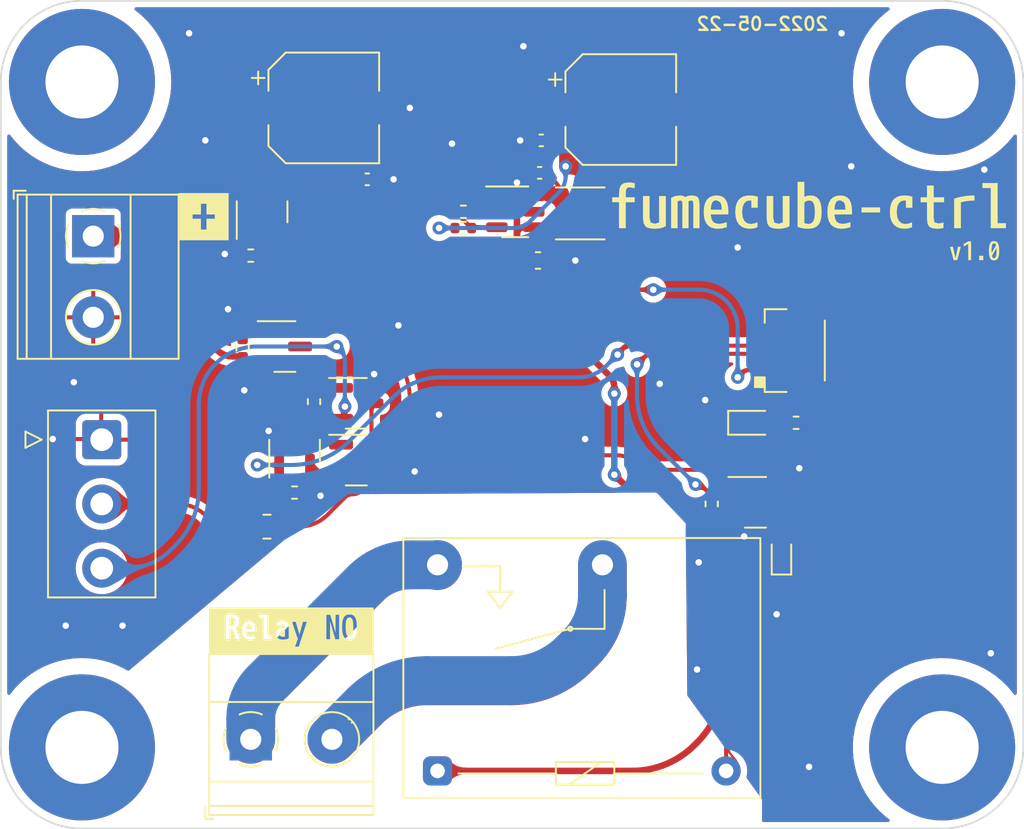
<source format=kicad_pcb>
(kicad_pcb (version 20221018) (generator pcbnew)
  (title_block (title "FumeCube-Ctrl") (date "2022-05-24") (rev "r1.0") (company "Greg Davill <greg.davill@gmail.com>") (comment 3 "OSHW: CERN OHL v1.2") (comment 4 "Relay board"))
  (layers (0 "F.Cu" signal) (31 "B.Cu" signal) (34 "B.Paste" user) (35 "F.Paste" user) (36 "B.SilkS" user "B.Silkscreen") (37 "F.SilkS" user "F.Silkscreen") (38 "B.Mask" user) (39 "F.Mask" user) (44 "Edge.Cuts" user))
  (net 0 "")
  (net 1 "GND")
  (net 2 "+12V")
  (net 3 "Net-(C4-Pad1)")
  (net 4 "Net-(C4-Pad2)")
  (net 5 "+3V3")
  (net 6 "Net-(D1-Pad2)")
  (net 7 "Net-(D4-Pad2)")
  (net 8 "Net-(J1-Pad1)")
  (net 9 "Net-(J2-Pad2)")
  (net 10 "/enable")
  (net 11 "/pwm")
  (net 12 "Net-(J4-Pad2)")
  (net 13 "Net-(Q1-Pad1)")
  (net 14 "Net-(Q3-Pad3)")
  (net 15 "Net-(Q4-Pad3)")
  (net 16 "Net-(R3-Pad2)")
  (net 17 "Net-(J2-Pad3)")
  (net 18 "Net-(J4-Pad1)")
  (footprint "lib:Hirose_FH34SRJ-6S-0.5SH_1x6-1MP_P0.50mm_Horizontal" (layer "F.Cu") (at 162.5 87.5 90)
    (fp_text reference "J3" hide)
    (fp_text value "Conn_01x06_MountingPin" hide)
  )
  (footprint "LED_SMD:LED_0603_1608Metric" (layer "F.Cu") (at 160.3 92)
    (fp_text reference "D4" hide)
    (fp_text value "LED_Filled" hide)
  )
  (footprint "Resistor_SMD:R_0805_2012Metric" (layer "F.Cu") (at 130.4 98.4 180)
    (fp_text reference "R9" hide)
    (fp_text value "100R" hide)
  )
  (footprint "Resistor_SMD:R_0402_1005Metric" (layer "F.Cu") (at 133.3 90.7 90)
    (fp_text reference "R7" hide)
    (fp_text value "4.7k" hide)
  )
  (footprint "Resistor_SMD:R_0402_1005Metric" (layer "F.Cu") (at 128.9 87.4 90)
    (fp_text reference "R8" hide)
    (fp_text value "4.7k" hide)
  )
  (footprint "Resistor_SMD:R_0402_1005Metric" (layer "F.Cu") (at 132.1 96.3)
    (fp_text reference "R6" hide)
    (fp_text value "4.7k" hide)
  )
  (footprint "Capacitor_SMD:C_0402_1005Metric" (layer "F.Cu") (at 147.3 74.6 180)
    (fp_text reference "C5" hide)
    (fp_text value "100nF" hide)
  )
  (footprint "Capacitor_SMD:C_0402_1005Metric" (layer "F.Cu") (at 147.2 76.6)
    (fp_text reference "C4" hide)
    (fp_text value "22nF" hide)
  )
  (footprint "Resistor_SMD:R_0402_1005Metric" (layer "F.Cu") (at 157.8 97 -90)
    (fp_text reference "R5" hide)
    (fp_text value "4.7k" hide)
  )
  (footprint "MountingHole:MountingHole_4.5mm_Pad" (layer "F.Cu") (at 119 71)
    (fp_text reference "H1" hide)
    (fp_text value "MountingHole_Pad" hide)
  )
  (footprint "Resistor_SMD:R_0402_1005Metric" (layer "F.Cu") (at 142.5 80)
    (fp_text reference "R4" hide)
    (fp_text value "100k" hide)
  )
  (footprint "Package_TO_SOT_SMD:SOT-23" (layer "F.Cu") (at 135.9 90.8)
    (fp_text reference "Q4" hide)
    (fp_text value "BSS84" hide)
  )
  (footprint "MountingHole:MountingHole_4.5mm_Pad" (layer "F.Cu") (at 119 112)
    (fp_text reference "H3" hide)
    (fp_text value "MountingHole_Pad" hide)
  )
  (footprint "Capacitor_SMD:C_0402_1005Metric" (layer "F.Cu") (at 136.58 77)
    (fp_text reference "C2" hide)
    (fp_text value "100n" hide)
  )
  (footprint "Diode_SMD:D_SOD-523" (layer "F.Cu") (at 162.1 100.2 90)
    (fp_text reference "D1" hide)
    (fp_text value "D_Filled" hide)
  )
  (footprint "MountingHole:MountingHole_4.5mm_Pad" (layer "F.Cu") (at 172 112)
    (fp_text reference "H4" hide)
    (fp_text value "MountingHole_Pad" hide)
  )
  (footprint "Connector_TE-Connectivity:TE_826576-3_1x03_P3.96mm_Vertical" (layer "F.Cu") (at 120.2175 93.04 -90)
    (fp_text reference "J2" hide)
    (fp_text value "Conn_01x03_Female" hide)
  )
  (footprint "lib:HF7520-012-HSTP" (layer "F.Cu") (at 149.8 107.1)
    (fp_text reference "K1" hide)
    (fp_text value "HF7520-012-HSTP" hide)
  )
  (footprint "Package_TO_SOT_SMD:SOT-23-6" (layer "F.Cu") (at 145.7 79)
    (fp_text reference "U1" hide)
    (fp_text value "MT2492" hide)
  )
  (footprint "Resistor_SMD:R_0402_1005Metric" (layer "F.Cu") (at 129.4 81.7)
    (fp_text reference "R2" hide)
    (fp_text value "4.7k" hide)
  )
  (footprint "Inductor_SMD:L_Taiyo-Yuden_NR-30xx" (layer "F.Cu") (at 149.7 79.1)
    (fp_text reference "L1" hide)
    (fp_text value "10uH" hide)
  )
  (footprint "TerminalBlock_Phoenix:TerminalBlock_Phoenix_MKDS-1,5-2_1x02_P5.00mm_Horizontal" (layer "F.Cu") (at 129.4 111.505)
    (fp_text reference "J4" hide)
    (fp_text value "Conn_01x02_Female" hide)
  )
  (footprint "kibuzzard-6289EB97" (layer "F.Cu") (at 131.9 104.8)
    (fp_text reference "kibuzzard-6289EB97" hide)
    (fp_text value "G***" hide)
  )
  (footprint "MountingHole:MountingHole_4.5mm_Pad" (layer "F.Cu") (at 172 71)
    (fp_text reference "H2" hide)
    (fp_text value "MountingHole_Pad" hide)
  )
  (footprint "Resistor_SMD:R_0402_1005Metric" (layer "F.Cu") (at 163 92 180)
    (fp_text reference "R1" hide)
    (fp_text value "4.7k" hide)
  )
  (footprint "Package_TO_SOT_SMD:SOT-23" (layer "F.Cu") (at 160.5 96.9)
    (fp_text reference "Q2" hide)
    (fp_text value "BSS123" hide)
  )
  (footprint "Package_TO_SOT_SMD:SOT-23" (layer "F.Cu") (at 131.5 87.3)
    (fp_text reference "Q6" hide)
    (fp_text value "BSS84" hide)
  )
  (footprint "kibuzzard-6289EB16" (layer "F.Cu") (at 163.8 78.6)
    (fp_text reference "kibuzzard-6289EB16" hide)
    (fp_text value "G***" hide)
  )
  (footprint "Package_TO_SOT_SMD:SOT-23" (layer "F.Cu") (at 132.1 93.7 90)
    (fp_text reference "Q3" hide)
    (fp_text value "BSS123" hide)
  )
  (footprint "kibuzzard-6289DEB3" (layer "F.Cu") (at 126.5 79.3)
    (fp_text reference "kibuzzard-6289DEB3" hide)
    (fp_text value "G***" hide)
  )
  (footprint "Capacitor_SMD:CP_Elec_6.3x4.5" (layer "F.Cu") (at 152.2 72.7)
    (fp_text reference "C6" hide)
    (fp_text value "47uF" hide)
  )
  (footprint "kibuzzard-6289EB2D" (layer "F.Cu") (at 174 81.4)
    (fp_text reference "kibuzzard-6289EB2D" hide)
    (fp_text value "G***" hide)
  )
  (footprint "Resistor_SMD:R_0402_1005Metric" (layer "F.Cu") (at 142.5 79 180)
    (fp_text reference "R3" hide)
    (fp_text value "22k" hide)
  )
  (footprint "lib:oshw_small" (layer "F.Cu") (at 127.2 70.075)
    (fp_text reference "G***" hide)
    (fp_text value "LOGO" hide)
  )
  (footprint "Package_TO_SOT_SMD:SOT-23" (layer "F.Cu") (at 130.1 79 90)
    (fp_text reference "Q1" hide)
    (fp_text value "BSS84" hide)
  )
  (footprint "lib:gsd_logo_small" (layer "F.Cu") (at 128.25 67.75)
    (fp_text reference "G***" hide)
    (fp_text value "LOGO" hide)
  )
  (footprint "Capacitor_SMD:C_0603_1608Metric" (layer "F.Cu") (at 147.1 82)
    (fp_text reference "C3" hide)
    (fp_text value "10uF" hide)
  )
  (footprint "TerminalBlock_Phoenix:TerminalBlock_Phoenix_MKDS-1,5-2_1x02_P5.00mm_Horizontal" (layer "F.Cu") (at 119.694999 80.5 -90)
    (fp_text reference "J1" hide)
    (fp_text value "Conn_01x02_Female" hide)
  )
  (footprint "Package_TO_SOT_SMD:SOT-23" (layer "F.Cu") (at 135.9 94.3)
    (fp_text reference "Q5" hide)
    (fp_text value "BSS123" hide)
  )
  (footprint "Capacitor_SMD:CP_Elec_6.3x4.5" (layer "F.Cu") (at 133.9 72.6)
    (fp_text reference "C1" hide)
    (fp_text value "47uF" hide)
  )
  (gr_arc (start 119 117) (mid 115.464466 115.535534) (end 113.999999 112) (stroke (width 0.1)) (layer "Edge.Cuts"))
  (gr_line (start 113.999999 112) (end 114 71) (stroke (width 0.1)) (layer "Edge.Cuts"))
  (gr_arc (start 176.999999 112) (mid 175.535533 115.535534) (end 171.999999 117) (stroke (width 0.1)) (layer "Edge.Cuts"))
  (gr_arc (start 172 66) (mid 175.535534 67.464466) (end 177 71) (stroke (width 0.1)) (layer "Edge.Cuts"))
  (gr_line (start 119 66) (end 172 66) (stroke (width 0.1)) (layer "Edge.Cuts"))
  (gr_line (start 177 71) (end 176.999999 112) (stroke (width 0.1)) (layer "Edge.Cuts"))
  (gr_arc (start 114 71) (mid 115.464466 67.464466) (end 119 66) (stroke (width 0.1)) (layer "Edge.Cuts"))
  (gr_line (start 171.999999 117) (end 119 117) (stroke (width 0.1)) (layer "Edge.Cuts"))
  (gr_text "2022-05-22" (at 160.925 67.425) (layer "F.SilkS") (effects (font (size 0.8 0.8)) (justify mirror)))
  (segment (start 144.88125 79) (end 144.721875 79) (width 0.25) (layer "F.Cu") (net 1))
  (segment (start 161.1 88.25) (end 162.15 88.25) (width 0.25) (layer "F.Cu") (net 1))
  (segment (start 163.075 89.675) (end 163 89.6) (width 0.25) (layer "F.Cu") (net 1))
  (segment (start 127.8 81.6) (end 127.85 81.65) (width 0.25) (layer "F.Cu") (net 1))
  (segment (start 127.97071 81.7) (end 128.89 81.7) (width 0.25) (layer "F.Cu") (net 1))
  (segment (start 163.950358 89.75) (end 163.661075 89.75) (width 0.25) (layer "F.Cu") (net 1))
  (segment (start 120.692498 85.5) (end 121.7 85.5) (width 0.25) (layer "F.Cu") (net 1))
  (segment (start 119.747499 83.2525) (end 119.8 83.2) (width 0.25) (layer "F.Cu") (net 1))
  (segment (start 159.5125 92) (end 158.2 92) (width 0.25) (layer "F.Cu") (net 1))
  (segment (start 161.1 86.75) (end 162.15 86.75) (width 0.25) (layer "F.Cu") (net 1))
  (segment (start 137.4 72.6) (end 139.2 72.6) (width 0.25) (layer "F.Cu") (net 1))
  (segment (start 159.8 99) (end 159.68125 98.88125) (width 0.25) (layer "F.Cu") (net 1))
  (segment (start 144.721875 79) (end 144.403125 79) (width 0.25) (layer "F.Cu") (net 1))
  (segment (start 154.85 70.85) (end 154.8 70.8) (width 0.25) (layer "F.Cu") (net 1))
  (segment (start 133.05 95.855) (end 133.05 94.73125) (width 0.25) (layer "F.Cu") (net 1))
  (segment (start 119.694999 86.497499) (end 119.694999 87.494999) (width 0.25) (layer "F.Cu") (net 1))
  (segment (start 155 72.87071) (end 155 74.2) (width 0.25) (layer "F.Cu") (net 1))
  (segment (start 120.19125 91.00875) (end 120.2 91) (width 0.25) (layer "F.Cu") (net 1))
  (segment (start 163.530891 89.75) (end 163.347674 89.75) (width 0.25) (layer "F.Cu") (net 1))
  (segment (start 164.1925 85.25) (end 163.76 85.25) (width 0.25) (layer "F.Cu") (net 1))
  (segment (start 165.575 89.775) (end 165.6 89.8) (width 0.25) (layer "F.Cu") (net 1))
  (segment (start 164.625 85.25) (end 164.879375 85.25) (width 0.25) (layer "F.Cu") (net 1))
  (segment (start 146 74.6) (end 146.82 74.6) (width 0.25) (layer "F.Cu") (net 1))
  (segment (start 164.802678 89.75) (end 164.239641 89.75) (width 0.25) (layer "F.Cu") (net 1))
  (segment (start 152.57071 72.7) (end 154.829289 72.7) (width 0.25) (layer "F.Cu") (net 1))
  (segment (start 134.283102 95.25) (end 134.9625 95.25) (width 0.25) (layer "F.Cu") (net 1))
  (segment (start 159.5625 98.594562) (end 159.5625 98.25625) (width 0.25) (layer "F.Cu") (net 1))
  (segment (start 138.2 77) (end 137.06 77) (width 0.25) (layer "F.Cu") (net 1))
  (segment (start 158.990416 97.85) (end 159.15625 97.85) (width 0.25) (layer "F.Cu") (net 1))
  (segment (start 120.1825 93.011715) (end 120.1825 91.029875) (width 0.25) (layer "F.Cu") (net 1))
  (segment (start 162.704375 85.25) (end 162.45 85.25) (width 0.25) (layer "F.Cu") (net 1))
  (segment (start 136.6 71.8) (end 136.6 71) (width 0.25) (layer "F.Cu") (net 1))
  (segment (start 121.926863 93.04) (end 120.210785 93.04) (width 0.25) (layer "F.Cu") (net 1))
  (segment (start 154.9 72.629289) (end 154.9 70.97071) (width 0.25) (layer "F.Cu") (net 1))
  (segment (start 165.193125 85.25) (end 165.35 85.25) (width 0.25) (layer "F.Cu") (net 1))
  (segment (start 163.347674 89.75) (end 163.256066 89.75) (width 0.25) (layer "F.Cu") (net 1))
  (segment (start 144.403125 79) (end 144.24375 79) (width 0.25) (layer "F.Cu") (net 1))
  (segment (start 161.1 86.25) (end 160.15 86.25) (width 0.25) (layer "F.Cu") (net 1))
  (segment (start 145.8 77.975735) (end 145.8 77.2) (width 0.25) (layer "F.Cu") (net 1))
  (segment (start 135.8 72.6) (end 134 72.6) (width 0.25) (layer "F.Cu") (net 1))
  (segment (start 165.193125 85.25) (end 164.879375 85.25) (width 0.25) (layer "F.Cu") (net 1))
  (segment (start 149.4 82) (end 147.875 82) (width 0.25) (layer "F.Cu") (net 1))
  (segment (start 133.046464 95.863535) (end 132.61 96.3) (width 0.25) (layer "F.Cu") (net 1))
  (segment (start 163.213125 85.25) (end 162.704375 85.25) (width 0.25) (layer "F.Cu") (net 1))
  (segment (start 163.530891 89.75) (end 163.661075 89.75) (width 0.25) (layer "F.Cu") (net 1))
  (segment (start 133.303791 94.703791) (end 133.54375 94.94375) (width 0.25) (layer "F.Cu") (net 1))
  (segment (start 163.213125 85.25) (end 163.76 85.25) (width 0.25) (layer "F.Cu") (net 1))
  (segment (start 152.45 72.65) (end 152.4 72.6) (width 0.25) (layer "F.Cu") (net 1))
  (segment (start 144.24375 79) (end 143.60625 79) (width 0.25) (layer "F.Cu") (net 1))
  (segment (start 136.6 73.4) (end 136.6 74.058578) (width 0.25) (layer "F.Cu") (net 1))
  (segment (start 117.65 85.55) (end 117.6 85.6) (width 0.25) (layer "F.Cu") (net 1))
  (segment (start 165.277322 89.75) (end 164.802678 89.75) (width 0.25) (layer "F.Cu") (net 1))
  (segment (start 122.12 93.12) (end 122.2 93.199999) (width 0.25) (layer "F.Cu") (net 1))
  (segment (start 118.697499 85.5) (end 117.77071 85.5) (width 0.25) (layer "F.Cu") (net 1))
  (segment (start 120.114216 93) (end 117.2 93) (width 0.25) (layer "F.Cu") (net 1))
  (segment (start 164.625 85.25) (end 164.1925 85.25) (width 0.25) (layer "F.Cu") (net 1))
  (segment (start 164.239641 89.75) (end 163.950358 89.75) (width 0.25) (layer "F.Cu") (net 1))
  (segment (start 158.169583 97.51) (end 157.8 97.51) (width 0.25) (layer "F.Cu") (net 1))
  (segment (start 119.694999 83.379247) (end 119.694999 84.5025) (width 0.25) (layer "F.Cu") (net 1))
  (segment (start 133.063535 95.863535) (end 133.7 96.5) (width 0.25) (layer "F.Cu") (net 1))
  (segment (start 143.60625 79) (end 143.01 79) (width 0.25) (layer "F.Cu") (net 1))
  (segment (start 154.97071 72.7) (end 157.7 72.7) (width 0.25) (layer "F.Cu") (net 1))
  (segment (start 136.5 74.3) (end 136.4 74.4) (width 0.25) (layer "F.Cu") (net 1))
  (segment (start 165.277322 89.75) (end 165.514644 89.75) (width 0.25) (layer "F.Cu") (net 1))
  (segment (start 145.499999 78.699999) (end 145.42539 78.774609) (width 0.25) (layer "F.Cu") (net 1))
  (via (at 165.8 68) (size 0.8) (drill 0.4) (layers "F.Cu" "B.Cu") (net 1))
  (via (at 126.6 74.6) (size 0.8) (drill 0.4) (layers "F.Cu" "B.Cu") (net 1))
  (via (at 157 100.6) (size 0.8) (drill 0.4) (layers "F.Cu" "B.Cu") (net 1))
  (via (at 139.2 72.6) (size 0.8) (drill 0.4) (layers "F.Cu" "B.Cu") (net 1))
  (via (at 166.4 76.2) (size 0.8) (drill 0.4) (layers "F.Cu" "B.Cu") (net 1))
  (via (at 128 85) (size 0.8) (drill 0.4) (layers "F.Cu" "B.Cu") (net 1))
  (via (at 146.2 68.8) (size 0.8) (drill 0.4) (layers "F.Cu" "B.Cu") (net 1))
  (via (at 121.5 104.5) (size 0.8) (drill 0.4) (layers "F.Cu" "B.Cu") (net 1))
  (via (at 141 91.5) (size 0.8) (drill 0.4) (layers "F.Cu" "B.Cu") (net 1))
  (via (at 137 89) (size 0.8) (drill 0.4) (layers "F.Cu" "B.Cu") (net 1))
  (via (at 149.4 82) (size 0.8) (drill 0.4) (layers "F.Cu" "B.Cu") (net 1))
  (via (at 161.8 103.8) (size 0.8) (drill 0.4) (layers "F.Cu" "B.Cu") (net 1))
  (via (at 127.8 81.6) (size 0.8) (drill 0.4) (layers "F.Cu" "B.Cu") (net 1))
  (via (at 156.9 107.2) (size 0.8) (drill 0.4) (layers "F.Cu" "B.Cu") (net 1))
  (via (at 174.6 76.4) (size 0.8) (drill 0.4) (layers "F.Cu" "B.Cu") (net 1))
  (via (at 175 106.2) (size 0.8) (drill 0.4) (layers "F.Cu" "B.Cu") (net 1))
  (via (at 138.5 86) (size 0.8) (drill 0.4) (layers "F.Cu" "B.Cu") (net 1))
  (via (at 133.7 96.5) (size 0.8) (drill 0.4) (layers "F.Cu" "B.Cu") (net 1))
  (via (at 150 93) (size 0.8) (drill 0.4) (layers "F.Cu" "B.Cu") (net 1))
  (via (at 118.5 89.5) (size 0.8) (drill 0.4) (layers "F.Cu" "B.Cu") (net 1))
  (via (at 117.2 93) (size 0.8) (drill 0.4) (layers "F.Cu" "B.Cu") (net 1))
  (via (at 146 74.6) (size 0.8) (drill 0.4) (layers "F.Cu" "B.Cu") (net 1))
  (via (at 129 90) (size 0.8) (drill 0.4) (layers "F.Cu" "B.Cu") (net 1))
  (via (at 154.6 89.6) (size 0.8) (drill 0.4) (layers "F.Cu" "B.Cu") (net 1))
  (via (at 125.6 68) (size 0.8) (drill 0.4) (layers "F.Cu" "B.Cu") (net 1))
  (via (at 139.5 95) (size 0.8) (drill 0.4) (layers "F.Cu" "B.Cu") (net 1))
  (via (at 138.2 77) (size 0.8) (drill 0.4) (layers "F.Cu" "B.Cu") (net 1))
  (via (at 163.8 113.2) (size 0.8) (drill 0.4) (layers "F.Cu" "B.Cu") (net 1))
  (via (at 145.8 77.2) (size 0.8) (drill 0.4) (layers "F.Cu" "B.Cu") (net 1))
  (via (at 159.8 99) (size 0.8) (drill 0.4) (layers "F.Cu" "B.Cu") (net 1))
  (via (at 163.2 94.8) (size 0.8) (drill 0.4) (layers "F.Cu" "B.Cu") (net 1))
  (via (at 118 104.5) (size 0.8) (drill 0.4) (layers "F.Cu" "B.Cu") (net 1))
  (via (at 159.4 81.2) (size 0.8) (drill 0.4) (layers "F.Cu" "B.Cu") (net 1))
  (via (at 157.4 90.6) (size 0.8) (drill 0.4) (layers "F.Cu" "B.Cu") (net 1))
  (via (at 130.5 92.5) (size 0.8) (drill 0.4) (layers "F.Cu" "B.Cu") (net 1))
  (via (at 141.8 74.8) (size 0.8) (drill 0.4) (layers "F.Cu" "B.Cu") (net 1))
  (arc (start 127.97071 81.7) (mid 127.905382 81.687005) (end 127.85 81.65) (width 0.25) (layer "F.Cu") (net 1))
  (arc (start 154.97071 72.7) (mid 154.92071 72.679289) (end 154.9 72.629289) (width 0.25) (layer "F.Cu") (net 1))
  (arc (start 120.1825 93.011715) (mid 120.190785 93.031716) (end 120.210785 93.04) (width 0.25) (layer "F.Cu") (net 1))
  (arc (start 159.5625 98.594562) (mid 159.593362 98.749716) (end 159.68125 98.88125) (width 0.25) (layer "F.Cu") (net 1))
  (arc (start 165.575 89.775) (mid 165.547308 89.756497) (end 165.514644 89.75) (width 0.25) (layer "F.Cu") (net 1))
  (arc (start 136.6 71.8) (mid 136.834314 72.365685) (end 137.4 72.6) (width 0.25) (layer "F.Cu") (net 1))
  (arc (start 136.6 73.4) (mid 136.365685 72.834314) (end 135.8 72.6) (width 0.25) (layer "F.Cu") (net 1))
  (arc (start 163.075 89.675) (mid 163.158073 89.730508) (end 163.256066 89.75) (width 0.25) (layer "F.Cu") (net 1))
  (arc (start 133.063535 95.863535) (mid 133.059619 95.860918) (end 133.055 95.86) (width 0.25) (layer "F.Cu") (net 1))
  (arc (start 118.697499 85.5) (mid 119.402838 85.207839) (end 119.694999 84.5025) (width 0.25) (layer "F.Cu") (net 1))
  (arc (start 154.97071 72.7) (mid 154.94365 72.71808) (end 154.95 72.75) (width 0.25) (layer "F.Cu") (net 1))
  (arc (start 135.8 72.6) (mid 136.365685 72.365685) (end 136.6 71.8) (width 0.25) (layer "F.Cu") (net 1))
  (arc (start 120.692498 85.5) (mid 119.987159 85.207839) (end 119.694999 84.5025) (width 0.25) (layer "F.Cu") (net 1))
  (arc (start 122.12 93.12) (mid 122.031388 93.060792) (end 121.926863 93.04) (width 0.25) (layer "F.Cu") (net 1))
  (arc (start 120.210785 93.04) (mid 120.184655 93.034803) (end 120.1625 93.02) (width 0.25) (layer "F.Cu") (net 1))
  (arc (start 133.14375 94.6375) (mid 133.077458 94.664958) (end 133.05 94.73125) (width 0.25) (layer "F.Cu") (net 1))
  (arc (start 158.58 97.68) (mid 158.391699 97.554181) (end 158.169583 97.51) (width 0.25) (layer "F.Cu") (net 1))
  (arc (start 159.5625 98.25625) (mid 159.443512 97.968987) (end 159.15625 97.85) (width 0.25) (layer "F.Cu") (net 1))
  (arc (start 119.747499 83.2525) (mid 119.708643 83.310652) (end 119.694999 83.379247) (width 0.25) (layer "F.Cu") (net 1))
  (arc (start 154.9 70.97071) (mid 154.887005 70.905382) (end 154.85 70.85) (width 0.25) (layer "F.Cu") (net 1))
  (arc (start 134.283102 95.25) (mid 133.882967 95.170408) (end 133.54375 94.94375) (width 0.25) (layer "F.Cu") (net 1))
  (arc (start 117.65 85.55) (mid 117.705382 85.512994) (end 117.77071 85.5) (width 0.25) (layer "F.Cu") (net 1))
  (arc (start 158.990416 97.85) (mid 158.7683 97.805818) (end 158.58 97.68) (width 0.25) (layer "F.Cu") (net 1))
  (arc (start 133.046464 95.863535) (mid 133.049081 95.859619) (end 133.05 95.855) (width 0.25) (layer "F.Cu") (net 1))
  (arc (start 133.05 95.855) (mid 133.051464 95.858535) (end 133.055 95.86) (width 0.25) (layer "F.Cu") (net 1))
  (arc (start 120.19125 91.00875) (mid 120.184775 91.018443) (end 120.1825 91.029875) (width 0.25) (layer "F.Cu") (net 1))
  (arc (start 119.694999 86.497499) (mid 119.987159 85.79216) (end 120.692498 85.5) (width 0.25) (layer "F.Cu") (net 1))
  (arc (start 119.694999 86.497499) (mid 119.402838 85.79216) (end 118.697499 85.5) (width 0.25) (layer "F.Cu") (net 1))
  (arc (start 120.1825 93.011715) (mid 120.175268 93.02254) (end 120.1625 93.02) (width 0.25) (layer "F.Cu") (net 1))
  (arc (start 120.114216 93) (mid 120.140348 93.005199) (end 120.1625 93.02) (width 0.25) (layer "F.Cu") (net 1))
  (arc (start 136.6 73.4) (mid 136.834314 72.834314) (end 137.4 72.6) (width 0.25) (layer "F.Cu") (net 1))
  (arc (start 136.5 74.3) (mid 136.57401 74.189234) (end 136.6 74.058578) (width 0.25) (layer "F.Cu") (net 1))
  (arc (start 145.8 77.975735) (mid 145.722032 78.367704) (end 145.499999 78.699999) (width 0.25) (layer "F.Cu") (net 1))
  (arc (start 152.45 72.65) (mid 152.505382 72.687005) (end 152.57071 72.7) (width 0.25) (layer "F.Cu") (net 1))
  (arc (start 154.95 72.75) (mid 154.987005 72.805382) (end 155 72.87071) (width 0.25) (layer "F.Cu") (net 1))
  (arc (start 154.95 72.75) (mid 154.894617 72.712994) (end 154.829289 72.7) (width 0.25) (layer "F.Cu") (net 1))
  (arc (start 144.88125 79) (mid 145.175736 78.941422) (end 145.42539 78.774609) (width 0.25) (layer "F.Cu") (net 1))
  (arc (start 133.303791 94.703791) (mid 133.230363 94.654728) (end 133.14375 94.6375) (width 0.25) (layer "F.Cu") (net 1))
  (arc (start 133.046464 95.863535) (mid 133.05038 95.860918) (end 133.055 95.86) (width 0.25) (layer "F.Cu") (net 1))
  (arc (start 154.9 72.629289) (mid 154.879289 72.679289) (end 154.829289 72.7) (width 0.25) (layer "F.Cu") (net 1))
  (segment (start 145.8 76.141421) (end 145.8 77.2) (width 0.25) (layer "B.Cu") (net 1))
  (segment (start 146 74.6) (end 146 75.658578) (width 0.25) (layer "B.Cu") (net 1))
  (arc (start 145.9 75.9) (mid 145.97401 75.789234) (end 146 75.658578) (width 0.25) (layer "B.Cu") (net 1))
  (arc (start 145.9 75.9) (mid 145.825989 76.010764) (end 145.8 76.141421) (width 0.25) (layer "B.Cu") (net 1))
  (segment (start 152.896036 113.45) (end 140.91 113.45) (width 0.4) (layer "F.Cu") (net 2))
  (segment (start 145.6 81.3) (end 146.291161 81.991161) (width 0.4) (layer "F.Cu") (net 2))
  (segment (start 132.8 76.8) (end 132.4 76.4) (width 0.4) (layer "F.Cu") (net 2))
  (segment (start 131.681976 77.518023) (end 132.399999 76.799999) (width 0.4) (layer "F.Cu") (net 2))
  (segment (start 151.8 90.2) (end 151.8 89.8) (width 0.4) (layer "F.Cu") (net 2))
  (segment (start 145.8 80.023223) (end 145.8 79.341421) (width 0.4) (layer "F.Cu") (net 2))
  (segment (start 146.325 82.9625) (end 146.325 82.0125) (width 0.4) (layer "F.Cu") (net 2))
  (segment (start 155.442462 96.742462) (end 159.9 101.2) (width 0.4) (layer "F.Cu") (net 2))
  (segment (start 145.8 80.376776) (end 145.8 80.45) (width 0.4) (layer "F.Cu") (net 2))
  (segment (start 161.224264 100.9) (end 162.1 100.9) (width 0.4) (layer "F.Cu") (net 2))
  (segment (start 133 77.7) (end 133 77.282842) (width 0.4) (layer "F.Cu") (net 2))
  (segment (start 146.226776 79.95) (end 146.8375 79.95) (width 0.4) (layer "F.Cu") (net 2))
  (segment (start 129.480416 88.25) (end 130.5625 88.25) (width 0.4) (layer "F.Cu") (net 2))
  (segment (start 126.6 85.589949) (end 126.6 86.015111) (width 0.4) (layer "F.Cu") (net 2))
  (segment (start 129.257537 83.2) (end 128.989949 83.2) (width 0.4) (layer "F.Cu") (net 2))
  (segment (start 160.5 101.2) (end 159.9 101.8) (width 0.4) (layer "F.Cu") (net 2))
  (segment (start 128.659583 87.91) (end 128.305 87.91) (width 0.4) (layer "F.Cu") (net 2))
  (segment (start 131.05 79.04375) (end 131.05 80.254962) (width 0.4) (layer "F.Cu") (net 2))
  (segment (start 131.05 81.407537) (end 131.05 81.263465) (width 0.4) (layer "F.Cu") (net 2))
  (segment (start 131.9 75.9) (end 132.4 76.4) (width 0.4) (layer "F.Cu") (net 2))
  (segment (start 152.2 95.6) (end 151.8 95.2) (width 0.4) (layer "F.Cu") (net 2))
  (segment (start 145.8 80.023223) (end 145.8 80.376776) (width 0.4) (layer "F.Cu") (net 2))
  (segment (start 158.5 104.402081) (end 158.5 107.846036) (width 0.4) (layer "F.Cu") (net 2))
  (segment (start 131.05 80.831249) (end 131.05 80.975321) (width 0.4) (layer "F.Cu") (net 2))
  (segment (start 156.743792 111.856206) (end 156.906207 111.693792) (width 0.4) (layer "F.Cu") (net 2))
  (segment (start 145.6 80.9) (end 145.623223 80.876776) (width 0.4) (layer "F.Cu") (net 2))
  (segment (start 137.609188 81.1) (end 145.117157 81.1) (width 0.4) (layer "F.Cu") (net 2))
  (segment (start 151.517157 89.117157) (end 147.00559 84.60559) (width 0.4) (layer "F.Cu") (net 2))
  (segment (start 133.282842 77) (end 136.1 77) (width 0.4) (layer "F.Cu") (net 2))
  (segment (start 146.141421 79) (end 146.8375 79) (width 0.4) (layer "F.Cu") (net 2))
  (segment (start 131.05 80.254962) (end 131.05 80.831249) (width 0.4) (layer "F.Cu") (net 2))
  (segment (start 131.2 74.21005) (end 131.2 72.6) (width 0.4) (layer "F.Cu") (net 2))
  (segment (start 153.65 96) (end 153.165685 96) (width 0.4) (layer "F.Cu") (net 2))
  (segment (start 134.35 79.75) (end 133.494974 78.894974) (width 0.4) (layer "F.Cu") (net 2))
  (segment (start 159.35 102.35) (end 159.9 101.8) (width 0.4) (layer "F.Cu") (net 2))
  (segment (start 131.05 80.975321) (end 131.05 81.263465) (width 0.4) (layer "F.Cu") (net 2))
  (segment (start 127.289271 87.489271) (end 127.155 87.355) (width 0.4) (layer "F.Cu") (net 2))
  (via (at 151.8 90.2) (size 0.8) (drill 0.4) (layers "F.Cu" "B.Cu") (net 2))
  (via (at 151.8 95.2) (size 0.8) (drill 0.4) (layers "F.Cu" "B.Cu") (net 2))
  (arc (start 134.35 79.75) (mid 135.845328 80.749146) (end 137.609188 81.1) (width 0.4) (layer "F.Cu") (net 2))
  (arc (start 159.35 102.35) (mid 158.720907 103.291502) (end 158.5 104.402081) (width 0.4) (layer "F.Cu") (net 2))
  (arc (start 131.9 75.9) (mid 131.381924 75.124644) (end 131.2 74.21005) (width 0.4) (layer "F.Cu") (net 2))
  (arc (start 130.525 82.675) (mid 129.943483 83.063556) (end 129.257537 83.2) (width 0.4) (layer "F.Cu") (net 2))
  (arc (start 132.8 76.8) (mid 132.948021 77.021529) (end 133 77.282842) (width 0.4) (layer "F.Cu") (net 2))
  (arc (start 146.325 82.0125) (mid 146.321338 82.003661) (end 146.3125 82) (width 0.4) (layer "F.Cu") (net 2))
  (arc (start 145.8 80.376776) (mid 145.832486 80.213456) (end 145.925 80.075) (width 0.4) (layer "F.Cu") (net 2))
  (arc (start 145.8 79.341421) (mid 145.825989 79.210764) (end 145.9 79.1) (width 0.4) (layer "F.Cu") (net 2))
  (arc (start 132.8 76.8) (mid 132.599999 76.717156) (end 132.399999 76.799999) (width 0.4) (layer "F.Cu") (net 2))
  (arc (start 159.9 101.2) (mid 160.024264 101.5) (end 159.9 101.8) (width 0.4) (layer "F.Cu") (net 2))
  (arc (start 146.226776 79.95) (mid 146.063456 79.982486) (end 145.925 80.075) (width 0.4) (layer "F.Cu") (net 2))
  (arc (start 145.623223 80.876776) (mid 145.754057 80.680969) (end 145.8 80.45) (width 0.4) (layer "F.Cu") (net 2))
  (arc (start 145.6 81.3) (mid 145.517157 81.1) (end 145.6 80.9) (width 0.4) (layer "F.Cu") (net 2))
  (arc (start 161.224264 100.9) (mid 160.832295 100.977967) (end 160.5 101.2) (width 0.4) (layer "F.Cu") (net 2))
  (arc (start 145.6 80.9) (mid 145.378469 81.048021) (end 145.117157 81.1) (width 0.4) (layer "F.Cu") (net 2))
  (arc (start 128.659583 87.91) (mid 128.881699 87.954181) (end 129.07 88.08) (width 0.4) (layer "F.Cu") (net 2))
  (arc (start 127.3 83.9) (mid 128.075355 83.381924) (end 128.989949 83.2) (width 0.4) (layer "F.Cu") (net 2))
  (arc (start 146.3125 82) (mid 146.300951 81.997702) (end 146.291161 81.991161) (width 0.4) (layer "F.Cu") (net 2))
  (arc (start 145.8 80.023223) (mid 145.845201 80.090872) (end 145.925 80.075) (width 0.4) (layer "F.Cu") (net 2))
  (arc (start 127.289271 87.489271) (mid 127.755291 87.800656) (end 128.305 87.91) (width 0.4) (layer "F.Cu") (net 2))
  (arc (start 129.480416 88.25) (mid 129.2583 88.205818) (end 129.07 88.08) (width 0.4) (layer "F.Cu") (net 2))
  (arc (start 155.442462 96.742462) (mid 154.620073 96.192959) (end 153.65 96) (width 0.4) (layer "F.Cu") (net 2))
  (arc (start 146.141421 79) (mid 146.010764 79.025989) (end 145.9 79.1) (width 0.4) (layer "F.Cu") (net 2))
  (arc (start 152.2 95.6) (mid 152.64306 95.896043) (end 153.165685 96) (width 0.4) (layer "F.Cu") (net 2))
  (arc (start 133.282842 77) (mid 133.082842 77.082842) (end 133 77.282842) (width 0.4) (layer "F.Cu") (net 2))
  (arc (start 126.6 86.015111) (mid 126.744239 86.740253) (end 127.155 87.355) (width 0.4) (layer "F.Cu") (net 2))
  (arc (start 146.325 82.9625) (mid 146.501879 83.851733) (end 147.00559 84.60559) (width 0.4) (layer "F.Cu") (net 2))
  (arc (start 156.906207 111.693792) (mid 158.085786 109.928426) (end 158.5 107.846036) (width 0.4) (layer "F.Cu") (net 2))
  (arc (start 145.6 81.3) (mid 145.378469 81.151978) (end 145.117157 81.1) (width 0.4) (layer "F.Cu") (net 2))
  (arc (start 151.8 89.8) (mid 151.726491 89.430448) (end 151.517157 89.117157) (width 0.4) (layer "F.Cu") (net 2))
  (arc (start 160.5 101.2) (mid 160.2 101.324264) (end 159.9 101.2) (width 0.4) (layer "F.Cu") (net 2))
  (arc (start 130.525 82.675) (mid 130.913556 82.093483) (end 131.05 81.407537) (width 0.4) (layer "F.Cu") (net 2))
  (arc (start 133 77.7) (mid 133.128639 78.346715) (end 133.494974 78.894974) (width 0.4) (layer "F.Cu") (net 2))
  (arc (start 131.05 79.04375) (mid 131.214245 78.218032) (end 131.681976 77.518023) (width 0.4) (layer "F.Cu") (net 2))
  (arc (start 132.399999 76.799999) (mid 132.482842 76.599999) (end 132.4 76.4) (width 0.4) (layer "F.Cu") (net 2))
  (arc (start 156.743792 111.856206) (mid 154.978426 113.035786) (end 152.896036 113.45) (width 0.4) (layer "F.Cu") (net 2))
  (arc (start 133.282842 77) (mid 133.021529 76.948021) (end 132.8 76.8) (width 0.4) (layer "F.Cu") (net 2))
  (arc (start 126.6 85.589949) (mid 126.781924 84.675355) (end 127.3 83.9) (width 0.4) (layer "F.Cu") (net 2))
  (segment (start 151.8 95.2) (end 151.8 90.2) (width 0.4) (layer "B.Cu") (net 2))
  (segment (start 144.6 77.985983) (end 144.6 77.424264) (width 0.25) (layer "F.Cu") (net 3))
  (segment (start 146.557573 76.557573) (end 146.5 76.5) (width 0.25) (layer "F.Cu") (net 3))
  (segment (start 144.58125 78.03125) (end 144.5625 78.05) (width 0.25) (layer "F.Cu") (net 3))
  (segment (start 146.66 76.6) (end 146.72 76.6) (width 0.25) (layer "F.Cu") (net 3))
  (segment (start 145.624264 76.4) (end 146.258578 76.4) (width 0.25) (layer "F.Cu") (net 3))
  (arc (start 146.66 76.6) (mid 146.604567 76.588973) (end 146.557573 76.557573) (width 0.25) (layer "F.Cu") (net 3))
  (arc (start 145.624264 76.4) (mid 145.232295 76.477967) (end 144.9 76.7) (width 0.25) (layer "F.Cu") (net 3))
  (arc (start 144.6 77.985983) (mid 144.595127 78.010481) (end 144.58125 78.03125) (width 0.25) (layer "F.Cu") (net 3))
  (arc (start 144.6 77.424264) (mid 144.677967 77.032295) (end 144.9 76.7) (width 0.25) (layer "F.Cu") (net 3))
  (arc (start 146.258578 76.4) (mid 146.389234 76.425989) (end 146.5 76.5) (width 0.25) (layer "F.Cu") (net 3))
  (segment (start 147.708284 76.708284) (end 148.14 77.14) (width 0.25) (layer "F.Cu") (net 4))
  (segment (start 147.68 76.64) (end 147.68 76.6) (width 0.25) (layer "F.Cu") (net 4))
  (segment (start 148.6 78.7) (end 148.6 78.250538) (width 0.25) (layer "F.Cu") (net 4))
  (segment (start 148.6 78.476776) (end 148.6 78.7) (width 0.25) (layer "F.Cu") (net 4))
  (segment (start 148.173223 78.05) (end 146.8375 78.05) (width 0.25) (layer "F.Cu") (net 4))
  (arc (start 148.173223 78.05) (mid 148.336543 78.082486) (end 148.475 78.175) (width 0.25) (layer "F.Cu") (net 4))
  (arc (start 148.6 78.7) (mid 148.6 78.7) (end 148.6 78.7) (width 0.25) (layer "F.Cu") (net 4))
  (arc (start 148.6 78.476776) (mid 148.567513 78.313456) (end 148.475 78.175) (width 0.25) (layer "F.Cu") (net 4))
  (arc (start 148.14 77.14) (mid 148.480449 77.649519) (end 148.6 78.250538) (width 0.25) (layer "F.Cu") (net 4))
  (arc (start 147.708284 76.708284) (mid 147.68735 76.676955) (end 147.68 76.64) (width 0.25) (layer "F.Cu") (net 4))
  (segment (start 148.646446 74.6) (end 147.78 74.6) (width 0.25) (layer "F.Cu") (net 5))
  (segment (start 149.5 75.005025) (end 149.5 74.453553) (width 0.25) (layer "F.Cu") (net 5))
  (segment (start 159.4 89.2) (end 159.625 88.975) (width 0.25) (layer "F.Cu") (net 5))
  (segment (start 161.524999 88.75) (end 161.276776 88.75) (width 0.25) (layer "F.Cu") (net 5))
  (segment (start 161.164644 88.75) (end 160.692157 88.75) (width 0.25) (layer "F.Cu") (net 5))
  (segment (start 150.8 80.372792) (end 150.8 78.980762) (width 0.25) (layer "F.Cu") (net 5))
  (segment (start 150.8 80.549999) (end 150.8 80.594301) (width 0.25) (layer "F.Cu") (net 5))
  (segment (start 161.524999 88.75) (end 161.587055 88.75) (width 0.25) (layer "F.Cu") (net 5))
  (segment (start 161.276776 88.75) (end 161.164644 88.75) (width 0.25) (layer "F.Cu") (net 5))
  (segment (start 150.8 77.65) (end 150.8 78.980762) (width 0.25) (layer "F.Cu") (net 5))
  (segment (start 151.7 82.9) (end 152.034314 83.234314) (width 0.25) (layer "F.Cu") (net 5))
  (segment (start 150.15 74.75) (end 149.75 74.35) (width 0.25) (layer "F.Cu") (net 5))
  (segment (start 150.8 80.594301) (end 150.8 80.682905) (width 0.25) (layer "F.Cu") (net 5))
  (segment (start 150.8 76.319238) (end 150.8 76.651928) (width 0.25) (layer "F.Cu") (net 5))
  (segment (start 160.548299 88.75) (end 160.294898 88.75) (width 0.25) (layer "F.Cu") (net 5))
  (segment (start 149.5 73.746446) (end 149.5 72.7) (width 0.25) (layer "F.Cu") (net 5))
  (segment (start 162.2 89.5) (end 162.2 89.176776) (width 0.25) (layer "F.Cu") (net 5))
  (segment (start 162.553553 90.353553) (end 163.266048 91.066048) (width 0.25) (layer "F.Cu") (net 5))
  (segment (start 161.773223 88.75) (end 161.711167 88.75) (width 0.25) (layer "F.Cu") (net 5))
  (segment (start 149.15 75.85) (end 148.8 76.2) (width 0.25) (layer "F.Cu") (net 5))
  (segment (start 141 80) (end 141.99 80) (width 0.25) (layer "F.Cu") (net 5))
  (segment (start 161.711167 88.75) (end 161.587055 88.75) (width 0.25) (layer "F.Cu") (net 5))
  (segment (start 163.51 91.655) (end 163.51 92) (width 0.25) (layer "F.Cu") (net 5))
  (segment (start 154.2 83.8) (end 153.4 83.8) (width 0.25) (layer "F.Cu") (net 5))
  (segment (start 150.8 77.65) (end 150.8 77.317309) (width 0.25) (layer "F.Cu") (net 5))
  (segment (start 160.168198 88.75) (end 160.294898 88.75) (width 0.25) (layer "F.Cu") (net 5))
  (segment (start 150.8 80.727207) (end 150.8 80.682905) (width 0.25) (layer "F.Cu") (net 5))
  (segment (start 150.8 80.372792) (end 150.8 80.549999) (width 0.25) (layer "F.Cu") (net 5))
  (segment (start 150.8 76.651928) (end 150.8 77.317309) (width 0.25) (layer "F.Cu") (net 5))
  (segment (start 160.692157 88.75) (end 160.548299 88.75) (width 0.25) (layer "F.Cu") (net 5))
  (via (at 154.2 83.8) (size 0.8) (drill 0.4) (layers "F.Cu" "B.Cu") (net 5))
  (via (at 159.4 89.2) (size 0.8) (drill 0.4) (layers "F.Cu" "B.Cu") (net 5))
  (via (at 148.8 76.2) (size 0.8) (drill 0.4) (layers "F.Cu" "B.Cu") (net 5))
  (via (at 141 80) (size 0.8) (drill 0.4) (layers "F.Cu" "B.Cu") (net 5))
  (arc (start 162.075 88.875) (mid 162.167513 89.013456) (end 162.2 89.176776) (width 0.25) (layer "F.Cu") (net 5))
  (arc (start 150.8 80.727207) (mid 151.033902 81.903114) (end 151.7 82.9) (width 0.25) (layer "F.Cu") (net 5))
  (arc (start 149.5 73.746446) (mid 149.564972 74.073087) (end 149.75 74.35) (width 0.25) (layer "F.Cu") (net 5))
  (arc (start 150.15 74.75) (mid 150.63107 75.469972) (end 150.8 76.319238) (width 0.25) (layer "F.Cu") (net 5))
  (arc (start 149.5 75.005025) (mid 149.409037 75.462322) (end 149.15 75.85) (width 0.25) (layer "F.Cu") (net 5))
  (arc (start 160.168198 88.75) (mid 159.874221 88.808475) (end 159.625 88.975) (width 0.25) (layer "F.Cu") (net 5))
  (arc (start 148.646446 74.6) (mid 148.973087 74.535027) (end 149.25 74.35) (width 0.25) (layer "F.Cu") (net 5))
  (arc (start 152.034314 83.234314) (mid 152.660896 83.652982) (end 153.4 83.8) (width 0.25) (layer "F.Cu") (net 5))
  (arc (start 162.075 88.875) (mid 161.936543 88.782486) (end 161.773223 88.75) (width 0.25) (layer "F.Cu") (net 5))
  (arc (start 149.5 73.746446) (mid 149.435027 74.073087) (end 149.25 74.35) (width 0.25) (layer "F.Cu") (net 5))
  (arc (start 162.2 89.5) (mid 162.291885 89.961939) (end 162.553553 90.353553) (width 0.25) (layer "F.Cu") (net 5))
  (arc (start 149.5 74.453553) (mid 149.409596 74.318254) (end 149.25 74.35) (width 0.25) (layer "F.Cu") (net 5))
  (arc (start 149.5 74.453553) (mid 149.590403 74.318254) (end 149.75 74.35) (width 0.25) (layer "F.Cu") (net 5))
  (arc (start 163.51 91.655) (mid 163.446598 91.336261) (end 163.266048 91.066048) (width 0.25) (layer "F.Cu") (net 5))
  (segment (start 148.8 76.8) (end 148.8 76.2) (width 0.25) (layer "B.Cu") (net 5))
  (segment (start 146.6 79.6) (end 146.799999 79.399999) (width 0.25) (layer "B.Cu") (net 5))
  (segment (start 147.199998 78.999998) (end 146.799999 79.399999) (width 0.25) (layer "B.Cu") (net 5))
  (segment (start 145.634314 80) (end 141 80) (width 0.25) (layer "B.Cu") (net 5))
  (segment (start 157.01005 83.8) (end 154.2 83.8) (width 0.25) (layer "B.Cu") (net 5))
  (segment (start 159.4 89.2) (end 159.4 86.189949) (width 0.25) (layer "B.Cu") (net 5))
  (segment (start 148.375735 77.824264) (end 148.087867 78.112131) (width 0.25) (layer "B.Cu") (net 5))
  (segment (start 147.199998 78.999998) (end 147.512131 78.687866) (width 0.25) (layer "B.Cu") (net 5))
  (segment (start 148.087867 78.112131) (end 147.512131 78.687866) (width 0.25) (layer "B.Cu") (net 5))
  (arc (start 158.7 84.5) (mid 157.924644 83.981924) (end 157.01005 83.8) (width 0.25) (layer "B.Cu") (net 5))
  (arc (start 148.8 76.8) (mid 148.689737 77.354327) (end 148.375735 77.824264) (width 0.25) (layer "B.Cu") (net 5))
  (arc (start 146.6 79.6) (mid 146.156939 79.896043) (end 145.634314 80) (width 0.25) (layer "B.Cu") (net 5))
  (arc (start 158.7 84.5) (mid 159.218075 85.275355) (end 159.4 86.189949) (width 0.25) (layer "B.Cu") (net 5))
  (segment (start 130.180662 86.35) (end 130.326728 86.35) (width 0.25) (layer "F.Cu") (net 6))
  (segment (start 139.2 90.532411) (end 139.2 90.55) (width 0.25) (layer "F.Cu") (net 6))
  (segment (start 161.66875 96.9) (end 161.758578 96.9) (width 0.25) (layer "F.Cu") (net 6))
  (segment (start 143.638477 94.9) (end 148.863603 94.9) (width 0.25) (layer "F.Cu") (net 6))
  (segment (start 151.963603 94) (end 151.036396 94) (width 0.25) (layer "F.Cu") (net 6))
  (segment (start 158.69 111.170624) (end 158.69 113.45) (width 0.25) (layer "F.Cu") (net 6))
  (segment (start 162.1 99.2) (end 162.1 97.241421) (width 0.25) (layer "F.Cu") (net 6))
  (segment (start 129.17 86.62) (end 128.9 86.89) (width 0.25) (layer "F.Cu") (net 6))
  (segment (start 130.001249 86.35) (end 129.956396 86.35) (width 0.25) (layer "F.Cu") (net 6))
  (segment (start 132.24625 86.35) (end 131.12375 86.35) (width 0.25) (layer "F.Cu") (net 6))
  (segment (start 162.346446 102) (end 161.7 102) (width 0.25) (layer "F.Cu") (net 6))
  (segment (start 163.2 101.146446) (end 163.2 100.353553) (width 0.25) (layer "F.Cu") (net 6))
  (segment (start 159.992893 102.707106) (end 159.949999 102.749999) (width 0.25) (layer "F.Cu") (net 6))
  (segment (start 160.178508 94.9) (end 154.136396 94.9) (width 0.25) (layer "F.Cu") (net 6))
  (segment (start 140.437436 93.537436) (end 140.5 93.6) (width 0.25) (layer "F.Cu") (net 6))
  (segment (start 130.798272 86.35) (end 130.326728 86.35) (width 0.25) (layer "F.Cu") (net 6))
  (segment (start 159.2 104.56066) (end 159.2 109.939375) (width 0.25) (layer "F.Cu") (net 6))
  (segment (start 162.95 99.75) (end 162.912132 99.712132) (width 0.25) (layer "F.Cu") (net 6))
  (segment (start 129.956396 86.35) (end 129.86669 86.35) (width 0.25) (layer "F.Cu") (net 6))
  (segment (start 130.180662 86.35) (end 130.001249 86.35) (width 0.25) (layer "F.Cu") (net 6))
  (segment (start 161.4375 96.158991) (end 161.4375 96.66875) (width 0.25) (layer "F.Cu") (net 6))
  (segment (start 132.24625 86.35) (end 135.017588 86.35) (width 0.25) (layer "F.Cu") (net 6))
  (segment (start 131.12375 86.35) (end 130.798272 86.35) (width 0.25) (layer "F.Cu") (net 6))
  (segment (start 129.821837 86.35) (end 129.86669 86.35) (width 0.25) (layer "F.Cu") (net 6))
  (arc (start 161.66875 96.9) (mid 161.505231 96.832268) (end 161.4375 96.66875) (width 0.25) (layer "F.Cu") (net 6))
  (arc (start 149.95 94.45) (mid 150.448442 94.116951) (end 151.036396 94) (width 0.25) (layer "F.Cu") (net 6))
  (arc (start 137.975 87.575) (mid 136.618127 86.668367) (end 135.017588 86.35) (width 0.25) (layer "F.Cu") (net 6))
  (arc (start 162 97) (mid 161.889234 96.925989) (end 161.758578 96.9) (width 0.25) (layer "F.Cu") (net 6))
  (arc (start 162.95 99.75) (mid 163.135027 100.026912) (end 163.2 100.353553) (width 0.25) (layer "F.Cu") (net 6))
  (arc (start 139.2 90.532411) (mid 138.881632 88.931871) (end 137.975 87.575) (width 0.25) (layer "F.Cu") (net 6))
  (arc (start 149.95 94.45) (mid 149.451556 94.783048) (end 148.863603 94.9) (width 0.25) (layer "F.Cu") (net 6))
  (arc (start 162.346446 102) (mid 162.673087 101.935027) (end 162.95 101.75) (width 0.25) (layer "F.Cu") (net 6))
  (arc (start 162.1 97.241421) (mid 162.07401 97.110764) (end 162 97) (width 0.25) (layer "F.Cu") (net 6))
  (arc (start 161.4375 96.158991) (mid 161.341664 95.677196) (end 161.06875 95.26875) (width 0.25) (layer "F.Cu") (net 6))
  (arc (start 160.178508 94.9) (mid 160.660303 94.995835) (end 161.06875 95.26875) (width 0.25) (layer "F.Cu") (net 6))
  (arc (start 129.17 86.62) (mid 129.469065 86.42017) (end 129.821837 86.35) (width 0.25) (layer "F.Cu") (net 6))
  (arc (start 159.2 109.939375) (mid 159.133727 110.272548) (end 158.945 110.555) (width 0.25) (layer "F.Cu") (net 6))
  (arc (start 159.2 104.56066) (mid 159.394918 103.580737) (end 159.949999 102.749999) (width 0.25) (layer "F.Cu") (net 6))
  (arc (start 162.95 101.75) (mid 163.135027 101.473087) (end 163.2 101.146446) (width 0.25) (layer "F.Cu") (net 6))
  (arc (start 162.1 99.2) (mid 162.187867 99.412132) (end 162.4 99.5) (width 0.25) (layer "F.Cu") (net 6))
  (arc (start 162.4 99.5) (mid 162.677163 99.555131) (end 162.912132 99.712132) (width 0.25) (layer "F.Cu") (net 6))
  (arc (start 158.69 111.170624) (mid 158.756272 110.83745) (end 158.945 110.555) (width 0.25) (layer "F.Cu") (net 6))
  (arc (start 140.437436 93.537436) (mid 139.521599 92.166788) (end 139.2 90.55) (width 0.25) (layer "F.Cu") (net 6))
  (arc (start 153.05 94.45) (mid 152.551556 94.116951) (end 151.963603 94) (width 0.25) (layer "F.Cu") (net 6))
  (arc (start 153.05 94.45) (mid 153.548442 94.783048) (end 154.136396 94.9) (width 0.25) (layer "F.Cu") (net 6))
  (arc (start 161.7 102) (mid 160.77612 102.18377) (end 159.992893 102.707106) (width 0.25) (layer "F.Cu") (net 6))
  (arc (start 143.638477 94.9) (mid 141.939945 94.562141) (end 140.5 93.6) (width 0.25) (layer "F.Cu") (net 6))
  (segment (start 161.0875 92) (end 162.49 92) (width 0.25) (layer "F.Cu") (net 7))
  (segment (start 127.518749 79.281249) (end 128.255783 78.544216) (width 0.4) (layer "F.Cu") (net 8))
  (segment (start 124.576427 80.5) (end 119.694999 80.5) (width 0.4) (layer "F.Cu") (net 8))
  (segment (start 129.41875 78.0625) (end 130.1 78.0625) (width 0.4) (layer "F.Cu") (net 8))
  (arc (start 128.255783 78.544216) (mid 128.789356 78.187693) (end 129.41875 78.0625) (width 0.4) (layer "F.Cu") (net 8))
  (arc (start 127.518749 79.281249) (mid 126.1688 80.183256) (end 124.576427 80.5) (width 0.4) (layer "F.Cu") (net 8))
  (segment (start 128.289949 98.4) (end 129.4875 98.4) (width 0.25) (layer "F.Cu") (net 9))
  (segment (start 124.91005 97) (end 120.2175 97) (width 0.25) (layer "F.Cu") (net 9))
  (arc (start 124.91005 97) (mid 125.824644 97.181924) (end 126.6 97.7) (width 0.25) (layer "F.Cu") (net 9))
  (arc (start 128.289949 98.4) (mid 127.375355 98.218075) (end 126.6 97.7) (width 0.25) (layer "F.Cu") (net 9))
  (segment (start 154.309619 87.75) (end 161.1 87.75) (width 0.25) (layer "F.Cu") (net 10))
  (segment (start 156.955 95.8) (end 156.8 95.8) (width 0.25) (layer "F.Cu") (net 10))
  (segment (start 159.131837 95.95) (end 159.5625 95.95) (width 0.25) (layer "F.Cu") (net 10))
  (segment (start 157.219601 95.909601) (end 157.655043 96.345043) (width 0.25) (layer "F.Cu") (net 10))
  (segment (start 153.2 88.4) (end 153.525 88.075) (width 0.25) (layer "F.Cu") (net 10))
  (segment (start 158.354956 96.345043) (end 158.48 96.22) (width 0.25) (layer "F.Cu") (net 10))
  (via (at 153.2 88.4) (size 0.8) (drill 0.4) (layers "F.Cu" "B.Cu") (net 10))
  (via (at 156.8 95.8) (size 0.8) (drill 0.4) (layers "F.Cu" "B.Cu") (net 10))
  (arc (start 159.131837 95.95) (mid 158.779065 96.02017) (end 158.48 96.22) (width 0.25) (layer "F.Cu") (net 10))
  (arc (start 154.309619 87.75) (mid 153.884986 87.834464) (end 153.525 88.075) (width 0.25) (layer "F.Cu") (net 10))
  (arc (start 158.354956 96.345043) (mid 158.194395 96.452326) (end 158.005 96.49) (width 0.25) (layer "F.Cu") (net 10))
  (arc (start 156.955 95.8) (mid 157.098201 95.828484) (end 157.219601 95.909601) (width 0.25) (layer "F.Cu") (net 10))
  (arc (start 158.005 96.49) (mid 157.815604 96.452326) (end 157.655043 96.345043) (width 0.25) (layer "F.Cu") (net 10))
  (segment (start 153.2 90.3) (end 153.2 88.4) (width 0.25) (layer "B.Cu") (net 10))
  (segment (start 156.8 95.8) (end 154.543502 93.543502) (width 0.25) (layer "B.Cu") (net 10))
  (arc (start 153.2 90.3) (mid 153.549164 92.05537) (end 154.543502 93.543502) (width 0.25) (layer "B.Cu") (net 10))
  (segment (start 131.37 96.08) (end 131.59 96.3) (width 0.25) (layer "F.Cu") (net 11))
  (segment (start 131.15 94.664016) (end 131.15 95.548873) (width 0.25) (layer "F.Cu") (net 11))
  (segment (start 152 87.8) (end 152.275 87.525) (width 0.25) (layer "F.Cu") (net 11))
  (segment (start 129.8 94.6) (end 131.085983 94.6) (width 0.25) (layer "F.Cu") (net 11))
  (segment (start 152.938908 87.25) (end 161.1 87.25) (width 0.25) (layer "F.Cu") (net 11))
  (via (at 129.8 94.6) (size 0.8) (drill 0.4) (layers "F.Cu" "B.Cu") (net 11))
  (via (at 152 87.8) (size 0.8) (drill 0.4) (layers "F.Cu" "B.Cu") (net 11))
  (arc (start 131.085983 94.6) (mid 131.110481 94.604872) (end 131.13125 94.61875) (width 0.25) (layer "F.Cu") (net 11))
  (arc (start 131.37 96.08) (mid 131.207176 95.836316) (end 131.15 95.548873) (width 0.25) (layer "F.Cu") (net 11))
  (arc (start 131.15 94.664016) (mid 131.145127 94.639518) (end 131.13125 94.61875) (width 0.25) (layer "F.Cu") (net 11))
  (arc (start 152.938908 87.25) (mid 152.579603 87.32147) (end 152.275 87.525) (width 0.25) (layer "F.Cu") (net 11))
  (segment (start 142.300736 89.2) (end 141.502944 89.2) (width 0.25) (layer "B.Cu") (net 11))
  (segment (start 135.72123 92.878767) (end 135.799999 92.799999) (width 0.25) (layer "B.Cu") (net 11))
  (segment (start 129.8 94.6) (end 131.9 94.6) (width 0.25) (layer "B.Cu") (net 11))
  (segment (start 144.099264 89.2) (end 145.694975 89.2) (width 0.25) (layer "B.Cu") (net 11))
  (segment (start 136.115074 92.484924) (end 135.799999 92.799999) (width 0.25) (layer "B.Cu") (net 11))
  (segment (start 141.249264 89.2) (end 141.3 89.2) (width 0.25) (layer "B.Cu") (net 11))
  (segment (start 144.099264 89.2) (end 142.300736 89.2) (width 0.25) (layer "B.Cu") (net 11))
  (segment (start 148.305025 89.2) (end 149.61005 89.2) (width 0.25) (layer "B.Cu") (net 11))
  (segment (start 141.249264 89.2) (end 141.147792 89.2) (width 0.25) (layer "B.Cu") (net 11))
  (segment (start 138.2 90.4) (end 136.115074 92.484924) (width 0.25) (layer "B.Cu") (net 11))
  (segment (start 152 87.8) (end 151.3 88.5) (width 0.25) (layer "B.Cu") (net 11))
  (segment (start 135.484924 93.115075) (end 135.563693 93.036306) (width 0.25) (layer "B.Cu") (net 11))
  (segment (start 141.147792 89.2) (end 141.097056 89.2) (width 0.25) (layer "B.Cu") (net 11))
  (segment (start 148.305025 89.2) (end 145.694975 89.2) (width 0.25) (layer "B.Cu") (net 11))
  (segment (start 141.502944 89.2) (end 141.3 89.2) (width 0.25) (layer "B.Cu") (net 11))
  (segment (start 135.72123 92.878767) (end 135.563693 93.036306) (width 0.25) (layer "B.Cu") (net 11))
  (arc (start 151.3 88.5) (mid 150.524644 89.018075) (end 149.61005 89.2) (width 0.25) (layer "B.Cu") (net 11))
  (arc (start 141.097056 89.2) (mid 139.52918 89.511869) (end 138.2 90.4) (width 0.25) (layer "B.Cu") (net 11))
  (arc (start 135.484924 93.115075) (mid 133.840146 94.21408) (end 131.9 94.6) (width 0.25) (layer "B.Cu") (net 11))
  (segment (start 149.733568 105.866431) (end 149.293792 106.306206) (width 3) (layer "F.Cu") (net 12))
  (segment (start 145.446036 107.9) (end 140.258963 107.9) (width 3) (layer "F.Cu") (net 12))
  (segment (start 136.411207 109.493792) (end 134.4 111.505) (width 3) (layer "F.Cu") (net 12))
  (segment (start 151.07 102.64) (end 151.07 100.75) (width 3) (layer "F.Cu") (net 12))
  (arc (start 145.446036 107.9) (mid 147.528426 107.485786) (end 149.293792 106.306206) (width 3) (layer "F.Cu") (net 12))
  (arc (start 151.07 102.64) (mid 150.722672 104.386132) (end 149.733568 105.866431) (width 3) (layer "F.Cu") (net 12))
  (arc (start 136.411207 109.493792) (mid 138.176572 108.314213) (end 140.258963 107.9) (width 3) (layer "F.Cu") (net 12))
  (segment (start 149.729595 105.847851) (end 149.28982 106.287627) (width 3) (layer "B.Cu") (net 12))
  (segment (start 151.066028 102.62142) (end 151.066028 100.73142) (width 3) (layer "B.Cu") (net 12))
  (segment (start 145.442064 107.88142) (end 140.254991 107.88142) (width 3) (layer "B.Cu") (net 12))
  (segment (start 136.407235 109.475212) (end 134.396028 111.48642) (width 3) (layer "B.Cu") (net 12))
  (arc (start 149.729595 105.847851) (mid 150.7187 104.367552) (end 151.066028 102.62142) (width 3) (layer "B.Cu") (net 12))
  (arc (start 145.442064 107.88142) (mid 147.524454 107.467206) (end 149.28982 106.287627) (width 3) (layer "B.Cu") (net 12))
  (arc (start 136.407235 109.475212) (mid 138.1726 108.295633) (end 140.254991 107.88142) (width 3) (layer "B.Cu") (net 12))
  (segment (start 129.91 81.605) (end 129.91 81.7) (width 0.25) (layer "F.Cu") (net 13))
  (segment (start 129.437262 81.037262) (end 129.842824 81.442824) (width 0.25) (layer "F.Cu") (net 13))
  (segment (start 129.15 80.34375) (end 129.15 79.9375) (width 0.25) (layer "F.Cu") (net 13))
  (arc (start 129.842824 81.442824) (mid 129.892541 81.517231) (end 129.91 81.605) (width 0.25) (layer "F.Cu") (net 13))
  (arc (start 129.437262 81.037262) (mid 129.224656 80.719076) (end 129.15 80.34375) (width 0.25) (layer "F.Cu") (net 13))
  (segment (start 134.190416 89.85) (end 134.9625 89.85) (width 0.25) (layer "F.Cu") (net 14))
  (segment (start 133.719601 90.080398) (end 133.779999 90.019999) (width 0.25) (layer "F.Cu") (net 14))
  (segment (start 133.3775 90.19) (end 133.2225 90.19) (width 0.25) (layer "F.Cu") (net 14))
  (segment (start 132.894956 90.19) (end 132.799913 90.19) (width 0.25) (layer "F.Cu") (net 14))
  (segment (start 134.409619 93.35) (end 134.9625 93.35) (width 0.25) (layer "F.Cu") (net 14))
  (segment (start 133.085043 90.19) (end 133.2225 90.19) (width 0.25) (layer "F.Cu") (net 14))
  (segment (start 132.206694 92.7) (end 132.84038 92.7) (width 0.25) (layer "F.Cu") (net 14))
  (segment (start 133.085043 90.19) (end 132.894956 90.19) (width 0.25) (layer "F.Cu") (net 14))
  (segment (start 133.3775 90.19) (end 133.455 90.19) (width 0.25) (layer "F.Cu") (net 14))
  (segment (start 132.1 90.889913) (end 132.1 92.718305) (width 0.25) (layer "F.Cu") (net 14))
  (arc (start 132.799913 90.19) (mid 132.532068 90.243277) (end 132.305 90.395) (width 0.25) (layer "F.Cu") (net 14))
  (arc (start 132.84038 92.7) (mid 133.265013 92.784464) (end 133.625 93.025) (width 0.25) (layer "F.Cu") (net 14))
  (arc (start 132.1 92.718305) (mid 132.1113 92.735217) (end 132.13125 92.73125) (width 0.25) (layer "F.Cu") (net 14))
  (arc (start 132.1 90.889913) (mid 132.153277 90.622068) (end 132.305 90.395) (width 0.25) (layer "F.Cu") (net 14))
  (arc (start 134.190416 89.85) (mid 133.9683 89.894181) (end 133.779999 90.019999) (width 0.25) (layer "F.Cu") (net 14))
  (arc (start 133.719601 90.080398) (mid 133.598201 90.161515) (end 133.455 90.19) (width 0.25) (layer "F.Cu") (net 14))
  (arc (start 132.206694 92.7) (mid 132.165864 92.708121) (end 132.13125 92.73125) (width 0.25) (layer "F.Cu") (net 14))
  (arc (start 134.409619 93.35) (mid 133.984986 93.265535) (end 133.625 93.025) (width 0.25) (layer "F.Cu") (net 14))
  (segment (start 135.187867 96.612132) (end 134.138042 97.661957) (width 0.25) (layer "F.Cu") (net 15))
  (segment (start 136.41875 95.98125) (end 136.212132 96.187867) (width 0.25) (layer "F.Cu") (net 15))
  (segment (start 136.8375 94.892202) (end 136.8375 94.605863) (width 0.25) (layer "F.Cu") (net 15))
  (segment (start 136.8375 92.40625) (end 136.8375 90.8) (width 0.25) (layer "F.Cu") (net 15))
  (segment (start 136.8375 93.66875) (end 136.8375 93.994137) (width 0.25) (layer "F.Cu") (net 15))
  (segment (start 136.8375 94.941012) (end 136.8375 94.960536) (width 0.25) (layer "F.Cu") (net 15))
  (segment (start 136.8375 94.960536) (end 136.8375 94.970298) (width 0.25) (layer "F.Cu") (net 15))
  (segment (start 132.35625 98.4) (end 131.3125 98.4) (width 0.25) (layer "F.Cu") (net 15))
  (segment (start 136.8375 92.40625) (end 136.8375 93.66875) (width 0.25) (layer "F.Cu") (net 15))
  (segment (start 136.8375 94.892202) (end 136.8375 94.93125) (width 0.25) (layer "F.Cu") (net 15))
  (segment (start 136.8375 94.93125) (end 136.8375 94.941012) (width 0.25) (layer "F.Cu") (net 15))
  (segment (start 136.8375 93.994137) (end 136.8375 94.605863) (width 0.25) (layer "F.Cu") (net 15))
  (arc (start 136.212132 96.187867) (mid 135.977163 96.344868) (end 135.7 96.4) (width 0.25) (layer "F.Cu") (net 15))
  (arc (start 136.8375 94.970298) (mid 136.72867 95.517421) (end 136.41875 95.98125) (width 0.25) (layer "F.Cu") (net 15))
  (arc (start 135.187867 96.612132) (mid 135.422835 96.455131) (end 135.7 96.4) (width 0.25) (layer "F.Cu") (net 15))
  (arc (start 132.35625 98.4) (mid 133.320549 98.208188) (end 134.138042 97.661957) (width 0.25) (layer "F.Cu") (net 15))
  (segment (start 144.5625 79.95) (end 143.06 79.95) (width 0.25) (layer "F.Cu") (net 16))
  (segment (start 143 80) (end 143.01 80) (width 0.25) (layer "F.Cu") (net 16))
  (segment (start 142.982928 79.992928) (end 141.99 79) (width 0.25) (layer "F.Cu") (net 16))
  (arc (start 143 80) (mid 142.99076 79.998162) (end 142.982928 79.992928) (width 0.25) (layer "F.Cu") (net 16))
  (segment (start 134.7 87.3) (end 132.4375 87.3) (width 0.25) (layer "F.Cu") (net 17))
  (segment (start 133.405 91.21) (end 133.3 91.21) (width 0.25) (layer "F.Cu") (net 17))
  (segment (start 133.78 91.48) (end 133.584246 91.284246) (width 0.25) (layer "F.Cu") (net 17))
  (segment (start 135.2 91.344562) (end 135.2 91) (width 0.25) (layer "F.Cu") (net 17))
  (segment (start 134.794562 91.75) (end 134.431837 91.75) (width 0.25) (layer "F.Cu") (net 17))
  (via (at 134.7 87.3) (size 0.8) (drill 0.4) (layers "F.Cu" "B.Cu") (net 17))
  (via (at 135.2 91) (size 0.8) (drill 0.4) (layers "F.Cu" "B.Cu") (net 17))
  (arc (start 133.405 91.21) (mid 133.502007 91.229295) (end 133.584246 91.284246) (width 0.25) (layer "F.Cu") (net 17))
  (arc (start 135.08125 91.63125) (mid 135.169137 91.499716) (end 135.2 91.344562) (width 0.25) (layer "F.Cu") (net 17))
  (arc (start 134.431837 91.75) (mid 134.079065 91.679829) (end 133.78 91.48) (width 0.25) (layer "F.Cu") (net 17))
  (arc (start 135.08125 91.63125) (mid 134.949716 91.719137) (end 134.794562 91.75) (width 0.25) (layer "F.Cu") (net 17))
  (segment (start 121.77875 100.96) (end 120.2175 100.96) (width 0.25) (layer "B.Cu") (net 17))
  (segment (start 135.2 88.153553) (end 135.2 91) (width 0.25) (layer "B.Cu") (net 17))
  (segment (start 124.769999 99.529999) (end 124.44397 99.856029) (width 0.25) (layer "B.Cu") (net 17))
  (segment (start 134.7 87.3) (end 134.95 87.55) (width 0.25) (layer "B.Cu") (net 17))
  (segment (start 134.7 87.3) (end 129.784924 87.3) (width 0.25) (layer "B.Cu") (net 17))
  (segment (start 126.2 96.077674) (end 126.2 90.884924) (width 0.25) (layer "B.Cu") (net 17))
  (arc (start 126.2 96.077674) (mid 125.828354 97.946059) (end 124.769999 99.529999) (width 0.25) (layer "B.Cu") (net 17))
  (arc (start 135.2 88.153553) (mid 135.135027 87.826912) (end 134.95 87.55) (width 0.25) (layer "B.Cu") (net 17))
  (arc (start 129.784924 87.3) (mid 128.413033 87.572886) (end 127.25 88.35) (width 0.25) (layer "B.Cu") (net 17))
  (arc (start 124.44397 99.856029) (mid 123.221156 100.673087) (end 121.77875 100.96) (width 0.25) (layer "B.Cu") (net 17))
  (arc (start 127.25 88.35) (mid 126.472886 89.513033) (end 126.2 90.884924) (width 0.25) (layer "B.Cu") (net 17))
  (segment (start 139.279999 100.75) (end 140.9 100.75) (width 3) (layer "F.Cu") (net 18))
  (segment (start 129.4 110.2525) (end 129.4 111.505) (width 3) (layer "F.Cu") (net 18))
  (segment (start 136.497414 101.902584) (end 130.285651 108.114348) (width 3) (layer "F.Cu") (net 18))
  (segment (start 140.91 100.76) (end 140.91 100.77) (width 3) (layer "F.Cu") (net 18))
  (arc (start 140.91 100.76) (mid 140.907071 100.752928) (end 140.9 100.75) (width 3) (layer "F.Cu") (net 18))
  (arc (start 136.497414 101.902584) (mid 137.774075 101.049546) (end 139.279999 100.75) (width 3) (layer "F.Cu") (net 18))
  (arc (start 129.4 110.2525) (mid 129.630173 109.09534) (end 130.285651 108.114348) (width 3) (layer "F.Cu") (net 18))
  (arc (start 140.91 100.77) (mid 140.906324 100.788477) (end 140.895857 100.804142) (width 3) (layer "F.Cu") (net 18))
  (segment (start 139.269538 100.75) (end 140.91 100.75) (width 3) (layer "B.Cu") (net 18))
  (segment (start 136.469094 101.909981) (end 130.285555 108.093521) (width 3) (layer "B.Cu") (net 18))
  (segment (start 129.399904 110.231673) (end 129.399904 111.484173) (width 3) (layer "B.Cu") (net 18))
  (segment (start 140.909904 100.749173) (end 140.909904 100.729173) (width 3) (layer "B.Cu") (net 18))
  (arc (start 140.909904 100.749173) (mid 140.906228 100.76765) (end 140.895761 100.783315) (width 3) (layer "B.Cu") (net 18))
  (arc (start 130.285555 108.093521) (mid 129.630077 109.074513) (end 129.399904 110.231673) (width 3) (layer "B.Cu") (net 18))
  (arc (start 136.469094 101.909981) (mid 137.753948 101.051469) (end 139.269538 100.75) (width 3) (layer "B.Cu") (net 18))
  (zone (net 6) (net_name "Net-(D1-Pad2)") (layer "F.Cu") (priority 16962) (connect_pads yes (clearance 0)) (min_thickness 0.0254) (fill yes (thermal_gap 0.508) (thermal_bridge_width 0.508))
    (polygon (pts (xy 161.3125 96.31) (xy 161.310788 96.376522) (xy 161.305768 96.432986) (xy 161.297616 96.481446) (xy 161.286505 96.523958) (xy 161.272611 96.562578) (xy 161.256108 96.59936) (xy 161.237171 96.636362) (xy 161.215974 96.675638) (xy 161.192692 96.719243) (xy 161.1675 96.769234) (xy 161.4375 97.05) (xy 161.7075 96.769234) (xy 161.682307 96.719243) (xy 161.659025 96.675638) (xy 161.637828 96.636362) (xy 161.618891 96.59936) (xy 161.602388 96.562578) (xy 161.588494 96.523958) (xy 161.577383 96.481446) (xy 161.569231 96.432986) (xy 161.564211 96.376522) (xy 161.5625 96.31)))
  )
  (zone (net 6) (net_name "Net-(D1-Pad2)") (layer "F.Cu") (priority 16962) (connect_pads yes (clearance 0)) (min_thickness 0.0254) (fill yes (thermal_gap 0.508) (thermal_bridge_width 0.508))
    (polygon (pts (xy 129.9725 86.475) (xy 130.039022 86.476711) (xy 130.095486 86.481731) (xy 130.143946 86.489883) (xy 130.186458 86.500994) (xy 130.225078 86.514888) (xy 130.26186 86.531391) (xy 130.298862 86.550328) (xy 130.338138 86.571525) (xy 130.381743 86.594807) (xy 130.431734 86.62) (xy 130.7125 86.35) (xy 130.431734 86.08) (xy 130.381743 86.105192) (xy 130.338138 86.128474) (xy 130.298862 86.149671) (xy 130.26186 86.168608) (xy 130.225078 86.185111) (xy 130.186458 86.199005) (xy 130.143946 86.210116) (xy 130.095486 86.218268) (xy 130.039022 86.223288) (xy 129.9725 86.225)))
  )
  (zone (net 2) (net_name "+12V") (layer "F.Cu") (priority 16962) (connect_pads yes (clearance 0)) (min_thickness 0.0254) (fill yes (thermal_gap 0.508) (thermal_bridge_width 0.508))
    (polygon (pts (xy 135.55 77.125) (xy 135.611776 77.126403) (xy 135.664414 77.130555) (xy 135.70976 77.137365) (xy 135.749658 77.146746) (xy 135.785953 77.158606) (xy 135.82049 77.172859) (xy 135.855113 77.189413) (xy 135.891668 77.208181) (xy 135.931999 77.229073) (xy 135.977951 77.252) (xy 136.24 77) (xy 135.977951 76.748) (xy 135.931999 76.770926) (xy 135.891668 76.791818) (xy 135.855113 76.810586) (xy 135.82049 76.82714) (xy 135.785953 76.841393) (xy 135.749658 76.853253) (xy 135.70976 76.862634) (xy 135.664414 76.869444) (xy 135.611776 76.873596) (xy 135.55 76.875)))
  )
  (zone (net 2) (net_name "+12V") (layer "F.Cu") (priority 16962) (connect_pads yes (clearance 0)) (min_thickness 0.0254) (fill yes (thermal_gap 0.508) (thermal_bridge_width 0.508))
    (polygon (pts (xy 130.925 79.3475) (xy 130.923288 79.414022) (xy 130.918268 79.470486) (xy 130.910116 79.518946) (xy 130.899005 79.561458) (xy 130.885111 79.600078) (xy 130.868608 79.63686) (xy 130.849671 79.673862) (xy 130.828474 79.713138) (xy 130.805192 79.756743) (xy 130.78 79.806734) (xy 131.05 80.0875) (xy 131.32 79.806734) (xy 131.294807 79.756743) (xy 131.271525 79.713138) (xy 131.250328 79.673862) (xy 131.231391 79.63686) (xy 131.214888 79.600078) (xy 131.200994 79.561458) (xy 131.189883 79.518946) (xy 131.181731 79.470486) (xy 131.176711 79.414022) (xy 131.175 79.3475)))
  )
  (zone (net 7) (net_name "Net-(D4-Pad2)") (layer "F.Cu") (priority 16962) (connect_pads yes (clearance 0)) (min_thickness 0.0254) (fill yes (thermal_gap 0.508) (thermal_bridge_width 0.508))
    (polygon (pts (xy 161.96 92.125) (xy 162.019411 92.12625) (xy 162.070144 92.129969) (xy 162.11394 92.136111) (xy 162.152536 92.144629) (xy 162.187672 92.155476) (xy 162.221086 92.168604) (xy 162.254518 92.183967) (xy 162.289706 92.201519) (xy 162.328391 92.221212) (xy 162.37231 92.243) (xy 162.625 92) (xy 162.37231 91.757) (xy 162.328391 91.778787) (xy 162.289706 91.79848) (xy 162.254518 91.816032) (xy 162.221086 91.831395) (xy 162.187672 91.844523) (xy 162.152536 91.85537) (xy 162.11394 91.863888) (xy 162.070144 91.87003) (xy 162.019411 91.873749) (xy 161.96 91.875)))
  )
  (zone (net 5) (net_name "+3V3") (layer "F.Cu") (priority 16962) (connect_pads yes (clearance 0)) (min_thickness 0.0254) (fill yes (thermal_gap 0.508) (thermal_bridge_width 0.508))
    (polygon (pts (xy 160.013603 88.625) (xy 159.926257 88.6299) (xy 159.853451 88.6432) (xy 159.791897 88.6628) (xy 159.738308 88.6866) (xy 159.689399 88.7125) (xy 159.641882 88.7384) (xy 159.59247 88.7622) (xy 159.537877 88.7818) (xy 159.474815 88.7951) (xy 159.4 88.800001) (xy 159.258579 89.341421) (xy 159.777846 89.33127) (xy 159.795013 89.268124) (xy 159.805366 89.20422) (xy 159.811994 89.141303) (xy 159.817987 89.081115) (xy 159.826433 89.025403) (xy 159.840423 88.975909) (xy 159.863045 88.934377) (xy 159.89739 88.902552) (xy 159.946546 88.882178) (xy 160.013603 88.875)))
  )
  (zone (net 2) (net_name "+12V") (layer "F.Cu") (priority 16962) (connect_pads yes (clearance 0)) (min_thickness 0.0254) (fill yes (thermal_gap 0.508) (thermal_bridge_width 0.508))
    (polygon (pts (xy 128.37 88.035) (xy 128.429411 88.03625) (xy 128.480144 88.039969) (xy 128.52394 88.046111) (xy 128.562536 88.054629) (xy 128.597672 88.065476) (xy 128.631086 88.078604) (xy 128.664518 88.093967) (xy 128.699706 88.111519) (xy 128.738391 88.131212) (xy 128.78231 88.153) (xy 129.035 87.91) (xy 128.78231 87.667) (xy 128.738391 87.688787) (xy 128.699706 87.70848) (xy 128.664518 87.726032) (xy 128.631086 87.741395) (xy 128.597672 87.754523) (xy 128.562536 87.76537) (xy 128.52394 87.773888) (xy 128.480144 87.78003) (xy 128.429411 87.783749) (xy 128.37 87.785)))
  )
  (zone (net 9) (net_name "Net-(J2-Pad2)") (layer "F.Cu") (priority 16962) (connect_pads yes (clearance 0)) (min_thickness 0.0254) (fill yes (thermal_gap 0.508) (thermal_bridge_width 0.508))
    (polygon (pts (xy 122.6075 96.875) (xy 122.323073 96.859222) (xy 122.09119 96.814657) (xy 121.900293 96.745456) (xy 121.73882 96.655772) (xy 121.595212 96.549755) (xy 121.45791 96.431558) (xy 121.315354 96.305332) (xy 121.155985 96.175229) (xy 120.968242 96.045401) (xy 120.740567 95.92) (xy 119.6175 97) (xy 120.740567 98.08) (xy 120.968242 97.954598) (xy 121.155985 97.82477) (xy 121.315354 97.694667) (xy 121.45791 97.568441) (xy 121.595212 97.450244) (xy 121.73882 97.344227) (xy 121.900293 97.254543) (xy 122.09119 97.185342) (xy 122.323073 97.140777) (xy 122.6075 97.125)))
  )
  (zone (net 7) (net_name "Net-(D4-Pad2)") (layer "F.Cu") (priority 16962) (connect_pads yes (clearance 0)) (min_thickness 0.0254) (fill yes (thermal_gap 0.508) (thermal_bridge_width 0.508))
    (polygon (pts (xy 161.955 91.875) (xy 161.855181 91.87116) (xy 161.771851 91.860152) (xy 161.701505 91.842746) (xy 161.640637 91.819708) (xy 161.585742 91.791808) (xy 161.533316 91.759813) (xy 161.479854 91.724491) (xy 161.421851 91.686611) (xy 161.355801 91.646941) (xy 161.278201 91.60625) (xy 160.86875 92) (xy 161.278201 92.39375) (xy 161.355801 92.353058) (xy 161.421851 92.313388) (xy 161.479854 92.275508) (xy 161.533316 92.240186) (xy 161.585742 92.208191) (xy 161.640637 92.180291) (xy 161.701505 92.157253) (xy 161.771851 92.139847) (xy 161.855181 92.128839) (xy 161.955 92.125)))
  )
  (zone (net 14) (net_name "Net-(Q3-Pad3)") (layer "F.Cu") (priority 16962) (connect_pads yes (clearance 0)) (min_thickness 0.0254) (fill yes (thermal_gap 0.508) (thermal_bridge_width 0.508))
    (polygon (pts (xy 131.975 92.1725) (xy 131.973288 92.239022) (xy 131.968268 92.295486) (xy 131.960116 92.343946) (xy 131.949005 92.386458) (xy 131.935111 92.425078) (xy 131.918608 92.46186) (xy 131.899671 92.498862) (xy 131.878474 92.538138) (xy 131.855192 92.581743) (xy 131.83 92.631734) (xy 132.1 92.9125) (xy 132.37 92.631734) (xy 132.344807 92.581743) (xy 132.321525 92.538138) (xy 132.300328 92.498862) (xy 132.281391 92.46186) (xy 132.264888 92.425078) (xy 132.250994 92.386458) (xy 132.239883 92.343946) (xy 132.231731 92.295486) (xy 132.226711 92.239022) (xy 132.225 92.1725)))
  )
  (zone (net 11) (net_name "/pwm") (layer "F.Cu") (priority 16962) (connect_pads yes (clearance 0)) (min_thickness 0.0254) (fill yes (thermal_gap 0.508) (thermal_bridge_width 0.508))
    (polygon (pts (xy 131.275 95.2275) (xy 131.276711 95.160977) (xy 131.281731 95.104513) (xy 131.289883 95.056053) (xy 131.300994 95.013541) (xy 131.314888 94.974921) (xy 131.331391 94.938139) (xy 131.350328 94.901137) (xy 131.371525 94.861861) (xy 131.394807 94.818256) (xy 131.42 94.768266) (xy 131.15 94.4875) (xy 130.88 94.768266) (xy 130.905192 94.818256) (xy 130.928474 94.861861) (xy 130.949671 94.901137) (xy 130.968608 94.938139) (xy 130.985111 94.974921) (xy 130.999005 95.013541) (xy 131.010116 95.056053) (xy 131.018268 95.104513) (xy 131.023288 95.160977) (xy 131.025 95.2275)))
  )
  (zone (net 8) (net_name "Net-(J1-Pad1)") (layer "F.Cu") (priority 16962) (connect_pads yes (clearance 0)) (min_thickness 0.0254) (fill yes (thermal_gap 0.508) (thermal_bridge_width 0.508))
    (polygon (pts (xy 122.284999 80.3) (xy 121.979759 80.284483) (xy 121.729231 80.240518) (xy 121.521474 80.171984) (xy 121.344546 80.082756) (xy 121.186505 79.976714) (xy 121.03541 79.857734) (xy 120.879319 79.729696) (xy 120.70629 79.596475) (xy 120.504383 79.46195) (xy 120.261655 79.33) (xy 119.044999 80.5) (xy 120.261655 81.67) (xy 120.504383 81.538049) (xy 120.70629 81.403524) (xy 120.879319 81.270303) (xy 121.03541 81.142265) (xy 121.186505 81.023285) (xy 121.344546 80.917243) (xy 121.521474 80.828015) (xy 121.729231 80.759481) (xy 121.979759 80.715516) (xy 122.284999 80.7)))
  )
  (zone (net 15) (net_name "Net-(Q4-Pad3)") (layer "F.Cu") (priority 16962) (connect_pads yes (clearance 0)) (min_thickness 0.0254) (fill yes (thermal_gap 0.508) (thermal_bridge_width 0.508))
    (polygon (pts (xy 132.335 98.275) (xy 132.216428 98.270011) (xy 132.117934 98.25577) (xy 132.035209 98.233358) (xy 131.963947 98.20386) (xy 131.899841 98.16836) (xy 131.838583 98.127941) (xy 131.775866 98.083686) (xy 131.707384 98.03668) (xy 131.628828 97.988007) (xy 131.535893 97.93875) (xy 131.05625 98.4) (xy 131.535893 98.86125) (xy 131.628828 98.811992) (xy 131.707384 98.763319) (xy 131.775866 98.716313) (xy 131.838583 98.672058) (xy 131.899841 98.631639) (xy 131.963947 98.596139) (xy 132.035209 98.566641) (xy 132.117934 98.544229) (xy 132.216428 98.529988) (xy 132.335 98.525)))
  )
  (zone (net 17) (net_name "Net-(J2-Pad3)") (layer "F.Cu") (priority 16962) (connect_pads yes (clearance 0)) (min_thickness 0.0254) (fill yes (thermal_gap 0.508) (thermal_bridge_width 0.508))
    (polygon (pts (xy 135.075 91.248376) (xy 135.0723 91.290251) (xy 135.064464 91.325388) (xy 135.051884 91.354644) (xy 135.034954 91.378873) (xy 135.014067 91.398931) (xy 134.989617 91.415675) (xy 134.961996 91.42996) (xy 134.931599 91.44264) (xy 134.898818 91.454574) (xy 134.864048 91.466615) (xy 134.856434 91.856066) (xy 135.2625 91.75) (xy 135.26425 91.691889) (xy 135.269 91.641676) (xy 135.275999 91.597063) (xy 135.2845 91.55575) (xy 135.29375 91.515436) (xy 135.303 91.473822) (xy 135.3115 91.428609) (xy 135.3185 91.377496) (xy 135.32325 91.318185) (xy 135.325 91.248376)))
  )
  (zone (net 16) (net_name "Net-(R3-Pad2)") (layer "F.Cu") (priority 16962) (connect_pads yes (clearance 0)) (min_thickness 0.0254) (fill yes (thermal_gap 0.508) (thermal_bridge_width 0.508))
    (polygon (pts (xy 143.55 79.825) (xy 143.484063 79.823994) (xy 143.427774 79.821046) (xy 143.379105 79.816256) (xy 143.336029 79.809724) (xy 143.296517 79.801553) (xy 143.258543 79.791842) (xy 143.220079 79.780694) (xy 143.179098 79.768209) (xy 143.133572 79.754488) (xy 143.081475 79.739633) (xy 142.877257 80.024582) (xy 143.16997 80.217507) (xy 143.20746 80.18974) (xy 143.241098 80.165113) (xy 143.272372 80.143575) (xy 143.302768 80.125074) (xy 143.333774 80.10956) (xy 143.366876 80.096982) (xy 143.403563 80.087288) (xy 143.445321 80.080427) (xy 143.493637 80.076348) (xy 143.55 80.075)))
  )
  (zone (net 6) (net_name "Net-(D1-Pad2)") (layer "F.Cu") (priority 16962) (connect_pads yes (clearance 0)) (min_thickness 0.0254) (fill yes (thermal_gap 0.508) (thermal_bridge_width 0.508))
    (polygon (pts (xy 162.085615 96.908838) (xy 162.03528 96.864523) (xy 161.987659 96.833243) (xy 161.942295 96.811961) (xy 161.898732 96.797639) (xy 161.856514 96.787243) (xy 161.815184 96.777736) (xy 161.774288 96.766081) (xy 161.733367 96.749242) (xy 161.691967 96.724183) (xy 161.649632 96.687868) (xy 161.2875 96.9) (xy 161.568266 97.17) (xy 161.606242 97.148891) (xy 161.642013 97.124984) (xy 161.676077 97.100385) (xy 161.708936 97.077197) (xy 161.741091 97.057527) (xy 161.773043 97.04348) (xy 161.805293 97.03716) (xy 161.838341 97.040672) (xy 161.872689 97.056122) (xy 161.908838 97.085615)))
  )
  (zone (net 14) (net_name "Net-(Q3-Pad3)") (layer "F.Cu") (priority 16962) (connect_pads yes (clearance 0)) (min_thickness 0.0254) (fill yes (thermal_gap 0.508) (thermal_bridge_width 0.508))
    (polygon (pts (xy 132.77 90.315) (xy 132.829411 90.31625) (xy 132.880144 90.319969) (xy 132.92394 90.326111) (xy 132.962536 90.334629) (xy 132.997672 90.345476) (xy 133.031086 90.358604) (xy 133.064518 90.373967) (xy 133.099706 90.391519) (xy 133.138391 90.411212) (xy 133.18231 90.433) (xy 133.435 90.19) (xy 133.18231 89.947) (xy 133.138391 89.968787) (xy 133.099706 89.98848) (xy 133.064518 90.006032) (xy 133.031086 90.021395) (xy 132.997672 90.034523) (xy 132.962536 90.04537) (xy 132.92394 90.053888) (xy 132.880144 90.06003) (xy 132.829411 90.063749) (xy 132.77 90.065)))
  )
  (zone (net 10) (net_name "/enable") (layer "F.Cu") (priority 16962) (connect_pads yes (clearance 0)) (min_thickness 0.0254) (fill yes (thermal_gap 0.508) (thermal_bridge_width 0.508))
    (polygon (pts (xy 157.336846 96.203623) (xy 157.377971 96.246516) (xy 157.411215 96.285021) (xy 157.43784 96.320332) (xy 157.459109 96.353646) (xy 157.476284 96.38616) (xy 157.490628 96.419071) (xy 157.503405 96.453574) (xy 157.515876 96.490867) (xy 157.529304 96.532145) (xy 157.544954 96.578607) (xy 157.895459 96.585459) (xy 157.888607 96.234954) (xy 157.842145 96.219304) (xy 157.800867 96.205876) (xy 157.763574 96.193405) (xy 157.729071 96.180628) (xy 157.69616 96.166284) (xy 157.663646 96.149109) (xy 157.630332 96.12784) (xy 157.595021 96.101215) (xy 157.556516 96.067971) (xy 157.513623 96.026846)))
  )
  (zone (net 5) (net_name "+3V3") (layer "F.Cu") (priority 16962) (connect_pads yes (clearance 0)) (min_thickness 0.0254) (fill yes (thermal_gap 0.508) (thermal_bridge_width 0.508))
    (polygon (pts (xy 148.33 74.475) (xy 148.268223 74.473596) (xy 148.215585 74.469444) (xy 148.170239 74.462634) (xy 148.130341 74.453253) (xy 148.094046 74.441393) (xy 148.059509 74.42714) (xy 148.024886 74.410586) (xy 147.988331 74.391818) (xy 147.948 74.370926) (xy 147.902049 74.348) (xy 147.64 74.6) (xy 147.902049 74.852) (xy 147.948 74.829073) (xy 147.988331 74.808181) (xy 148.024886 74.789413) (xy 148.059509 74.772859) (xy 148.094046 74.758606) (xy 148.130341 74.746746) (xy 148.170239 74.737365) (xy 148.215585 74.730555) (xy 148.268223 74.726403) (xy 148.33 74.725)))
  )
  (zone (net 2) (net_name "+12V") (layer "F.Cu") (priority 16962) (connect_pads yes (clearance 0)) (min_thickness 0.0254) (fill yes (thermal_gap 0.508) (thermal_bridge_width 0.508))
    (polygon (pts (xy 142.7 113.25) (xy 142.491721 113.24074) (xy 142.319246 113.214364) (xy 142.174857 113.172981) (xy 142.050837 113.118694) (xy 141.939468 113.053613) (xy 141.833034 112.979842) (xy 141.723817 112.899489) (xy 141.604101 112.814659) (xy 141.466167 112.727461) (xy 141.3023 112.64) (xy 140.46 113.45) (xy 141.3023 114.26) (xy 141.466167 114.172538) (xy 141.604101 114.08534) (xy 141.723817 114.00051) (xy 141.833034 113.920157) (xy 141.939468 113.846386) (xy 142.050837 113.781305) (xy 142.174857 113.727018) (xy 142.319246 113.685635) (xy 142.491721 113.659259) (xy 142.7 113.65)))
  )
  (zone (net 2) (net_name "+12V") (layer "F.Cu") (priority 16962) (connect_pads yes (clearance 0)) (min_thickness 0.0254) (fill yes (thermal_gap 0.508) (thermal_bridge_width 0.508))
    (polygon (pts (xy 146.2475 79.125) (xy 146.314022 79.126711) (xy 146.370486 79.131731) (xy 146.418946 79.139883) (xy 146.461458 79.150994) (xy 146.500078 79.164888) (xy 146.53686 79.181391) (xy 146.573862 79.200328) (xy 146.613138 79.221525) (xy 146.656743 79.244807) (xy 146.706734 79.27) (xy 146.9875 79) (xy 146.706734 78.73) (xy 146.656743 78.755192) (xy 146.613138 78.778474) (xy 146.573862 78.799671) (xy 146.53686 78.818608) (xy 146.500078 78.835111) (xy 146.461458 78.849005) (xy 146.418946 78.860116) (xy 146.370486 78.868268) (xy 146.314022 78.873288) (xy 146.2475 78.875)))
  )
  (zone (net 5) (net_name "+3V3") (layer "F.Cu") (priority 16962) (connect_pads yes (clearance 0)) (min_thickness 0.0254) (fill yes (thermal_gap 0.508) (thermal_bridge_width 0.508))
    (polygon (pts (xy 149.270225 75.552998) (xy 149.203949 75.614653) (xy 149.143737 75.661584) (xy 149.087824 75.696416) (xy 149.034449 75.721777) (xy 148.981846 75.740293) (xy 148.928254 75.754592) (xy 148.87191 75.7673) (xy 148.81105 75.781046) (xy 148.743911 75.798454) (xy 148.66873 75.822154) (xy 148.658579 76.341421) (xy 149.177846 76.33127) (xy 149.201545 76.256088) (xy 149.218953 76.188949) (xy 149.232699 76.128089) (xy 149.245407 76.071745) (xy 149.259706 76.018153) (xy 149.278222 75.96555) (xy 149.303583 75.912175) (xy 149.338415 75.856262) (xy 149.385346 75.79605) (xy 149.447002 75.729775)))
  )
  (zone (net 6) (net_name "Net-(D1-Pad2)") (layer "F.Cu") (priority 16962) (connect_pads yes (clearance 0)) (min_thickness 0.0254) (fill yes (thermal_gap 0.508) (thermal_bridge_width 0.508))
    (polygon (pts (xy 129.186377 86.426846) (xy 129.143483 86.467971) (xy 129.104978 86.501215) (xy 129.069667 86.52784) (xy 129.036353 86.549109) (xy 129.003839 86.566284) (xy 128.970928 86.580628) (xy 128.936425 86.593405) (xy 128.899132 86.605876) (xy 128.857854 86.619304) (xy 128.811393 86.634954) (xy 128.804541 86.985459) (xy 129.155046 86.978607) (xy 129.170695 86.932145) (xy 129.184123 86.890867) (xy 129.196594 86.853574) (xy 129.209371 86.819071) (xy 129.223715 86.78616) (xy 129.24089 86.753646) (xy 129.262159 86.720332) (xy 129.288784 86.685021) (xy 129.322028 86.646516) (xy 129.363154 86.603623)))
  )
  (zone (net 17) (net_name "Net-(J2-Pad3)") (layer "F.Cu") (priority 16962) (connect_pads yes (clearance 0)) (min_thickness 0.0254) (fill yes (thermal_gap 0.508) (thermal_bridge_width 0.508))
    (polygon (pts (xy 133.91 87.425) (xy 134.000461 87.428266) (xy 134.076222 87.437658) (xy 134.140389 87.452564) (xy 134.196064 87.472374) (xy 134.246352 87.496476) (xy 134.294359 87.524261) (xy 134.343187 87.555116) (xy 134.395941 87.588432) (xy 134.455725 87.623596) (xy 134.525645 87.66) (xy 134.9 87.3) (xy 134.525645 86.94) (xy 134.455725 86.976403) (xy 134.395941 87.011567) (xy 134.343187 87.044883) (xy 134.294359 87.075738) (xy 134.246352 87.103523) (xy 134.196064 87.127625) (xy 134.140389 87.147435) (xy 134.076222 87.162341) (xy 134.000461 87.171733) (xy 133.91 87.175)))
  )
  (zone (net 2) (net_name "+12V") (layer "F.Cu") (priority 16962) (connect_pads yes (clearance 0)) (min_thickness 0.0254) (fill yes (thermal_gap 0.508) (thermal_bridge_width 0.508))
    (polygon (pts (xy 131.175 80.5275) (xy 131.176711 80.460977) (xy 131.181731 80.404513) (xy 131.189883 80.356053) (xy 131.200994 80.313541) (xy 131.214888 80.274921) (xy 131.231391 80.238139) (xy 131.250328 80.201137) (xy 131.271525 80.161861) (xy 131.294807 80.118256) (xy 131.32 80.068266) (xy 131.05 79.7875) (xy 130.78 80.068266) (xy 130.805192 80.118256) (xy 130.828474 80.161861) (xy 130.849671 80.201137) (xy 130.868608 80.238139) (xy 130.885111 80.274921) (xy 130.899005 80.313541) (xy 130.910116 80.356053) (xy 130.918268 80.404513) (xy 130.923288 80.460977) (xy 130.925 80.5275)))
  )
  (zone (net 10) (net_name "/enable") (layer "F.Cu") (priority 16962) (connect_pads yes (clearance 0)) (min_thickness 0.0254) (fill yes (thermal_gap 0.508) (thermal_bridge_width 0.508))
    (polygon (pts (xy 157.566083 96.079306) (xy 157.494911 96.005924) (xy 157.436684 95.9417) (xy 157.38845 95.884629) (xy 157.347261 95.832709) (xy 157.310166 95.783935) (xy 157.274214 95.736306) (xy 157.236456 95.687816) (xy 157.193942 95.636464) (xy 157.14372 95.580245) (xy 157.082842 95.517158) (xy 156.604464 95.757981) (xy 156.894828 96.188596) (xy 156.954248 96.173437) (xy 157.008862 96.159264) (xy 157.059643 96.147531) (xy 157.107559 96.139696) (xy 157.153583 96.137215) (xy 157.198686 96.141544) (xy 157.243838 96.154139) (xy 157.290012 96.176456) (xy 157.338177 96.209952) (xy 157.389306 96.256083)))
  )
  (zone (net 16) (net_name "Net-(R3-Pad2)") (layer "F.Cu") (priority 16962) (connect_pads yes (clearance 0)) (min_thickness 0.0254) (fill yes (thermal_gap 0.508) (thermal_bridge_width 0.508))
    (polygon (pts (xy 142.453154 79.286377) (xy 142.412028 79.243483) (xy 142.378784 79.204978) (xy 142.352159 79.169667) (xy 142.33089 79.136353) (xy 142.313715 79.103839) (xy 142.299371 79.070928) (xy 142.286594 79.036425) (xy 142.274123 78.999132) (xy 142.260695 78.957854) (xy 142.245046 78.911393) (xy 141.894541 78.904541) (xy 141.901393 79.255046) (xy 141.947854 79.270695) (xy 141.989132 79.284123) (xy 142.026425 79.296594) (xy 142.060928 79.309371) (xy 142.093839 79.323715) (xy 142.126353 79.34089) (xy 142.159667 79.362159) (xy 142.194978 79.388784) (xy 142.233483 79.422028) (xy 142.276377 79.463154)))
  )
  (zone (net 6) (net_name "Net-(D1-Pad2)") (layer "F.Cu") (priority 16962) (connect_pads yes (clearance 0)) (min_thickness 0.0254) (fill yes (thermal_gap 0.508) (thermal_bridge_width 0.508))
    (polygon (pts (xy 158.565 111.66) (xy 158.553915 111.871538) (xy 158.522544 112.044781) (xy 158.47371 112.188108) (xy 158.410234 112.309901) (xy 158.33494 112.418537) (xy 158.250651 112.522399) (xy 158.16019 112.629866) (xy 158.066379 112.749319) (xy 157.972041 112.889136) (xy 157.88 113.0577) (xy 158.69 113.9) (xy 159.5 113.0577) (xy 159.407958 112.889136) (xy 159.31362 112.749319) (xy 159.219809 112.629866) (xy 159.129348 112.522399) (xy 159.045059 112.418537) (xy 158.969765 112.309901) (xy 158.906289 112.188108) (xy 158.857455 112.044781) (xy 158.826084 111.871538) (xy 158.815 111.66)))
  )
  (zone (net 2) (net_name "+12V") (layer "F.Cu") (priority 16962) (connect_pads yes (clearance 0)) (min_thickness 0.0254) (fill yes (thermal_gap 0.508) (thermal_bridge_width 0.508))
    (polygon (pts (xy 146.525 82.9025) (xy 146.527191 82.800687) (xy 146.533701 82.713878) (xy 146.544437 82.639045) (xy 146.559304 82.57316) (xy 146.578208 82.513193) (xy 146.601056 82.456117) (xy 146.627753 82.398903) (xy 146.658205 82.338523) (xy 146.692319 82.271948) (xy 146.73 82.19615) (xy 146.325 81.775) (xy 145.92 82.19615) (xy 145.95768 82.271948) (xy 145.991794 82.338523) (xy 146.022246 82.398903) (xy 146.048943 82.456117) (xy 146.071791 82.513193) (xy 146.090695 82.57316) (xy 146.105562 82.639045) (xy 146.116298 82.713878) (xy 146.122808 82.800687) (xy 146.125 82.9025)))
  )
  (zone (net 9) (net_name "Net-(J2-Pad2)") (layer "F.Cu") (priority 16962) (connect_pads yes (clearance 0)) (min_thickness 0.0254) (fill yes (thermal_gap 0.508) (thermal_bridge_width 0.508))
    (polygon (pts (xy 128.465 98.525) (xy 128.583571 98.529988) (xy 128.682065 98.544229) (xy 128.76479 98.566641) (xy 128.836052 98.596139) (xy 128.900158 98.631639) (xy 128.961416 98.672058) (xy 129.024133 98.716313) (xy 129.092615 98.763319) (xy 129.171171 98.811992) (xy 129.264107 98.86125) (xy 129.74375 98.4) (xy 129.264107 97.93875) (xy 129.171171 97.988007) (xy 129.092615 98.03668) (xy 129.024133 98.083686) (xy 128.961416 98.127941) (xy 128.900158 98.16836) (xy 128.836052 98.20386) (xy 128.76479 98.233358) (xy 128.682065 98.25577) (xy 128.583571 98.270011) (xy 128.465 98.275)))
  )
  (zone (net 13) (net_name "Net-(Q1-Pad1)") (layer "F.Cu") (priority 16962) (connect_pads yes (clearance 0)) (min_thickness 0.0254) (fill yes (thermal_gap 0.508) (thermal_bridge_width 0.508))
    (polygon (pts (xy 129.275 80.5275) (xy 129.276711 80.460977) (xy 129.281731 80.404513) (xy 129.289883 80.356053) (xy 129.300994 80.313541) (xy 129.314888 80.274921) (xy 129.331391 80.238139) (xy 129.350328 80.201137) (xy 129.371525 80.161861) (xy 129.394807 80.118256) (xy 129.42 80.068266) (xy 129.15 79.7875) (xy 128.88 80.068266) (xy 128.905192 80.118256) (xy 128.928474 80.161861) (xy 128.949671 80.201137) (xy 128.968608 80.238139) (xy 128.985111 80.274921) (xy 128.999005 80.313541) (xy 129.010116 80.356053) (xy 129.018268 80.404513) (xy 129.023288 80.460977) (xy 129.025 80.5275)))
  )
  (zone (net 2) (net_name "+12V") (layer "F.Cu") (priority 16962) (connect_pads yes (clearance 0)) (min_thickness 0.0254) (fill yes (thermal_gap 0.508) (thermal_bridge_width 0.508))
    (polygon (pts (xy 142.7 113.325) (xy 142.488461 113.313915) (xy 142.315218 113.282544) (xy 142.171891 113.23371) (xy 142.050098 113.170234) (xy 141.941462 113.09494) (xy 141.8376 113.010651) (xy 141.730133 112.92019) (xy 141.61068 112.826379) (xy 141.470863 112.732041) (xy 141.3023 112.64) (xy 140.46 113.45) (xy 141.3023 114.26) (xy 141.470863 114.167958) (xy 141.61068 114.07362) (xy 141.730133 113.979809) (xy 141.8376 113.889348) (xy 141.941462 113.805059) (xy 142.050098 113.729765) (xy 142.171891 113.666289) (xy 142.315218 113.617455) (xy 142.488461 113.586084) (xy 142.7 113.575)))
  )
  (zone (net 17) (net_name "Net-(J2-Pad3)") (layer "F.Cu") (priority 16962) (connect_pads yes (clearance 0)) (min_thickness 0.0254) (fill yes (thermal_gap 0.508) (thermal_bridge_width 0.508))
    (polygon (pts (xy 135.085096 91.804181) (xy 135.14722 91.738595) (xy 135.196468 91.679954) (xy 135.235806 91.626774) (xy 135.268199 91.577572) (xy 135.296614 91.530865) (xy 135.324018 91.48517) (xy 135.353376 91.439003) (xy 135.387656 91.390881) (xy 135.429822 91.339322) (xy 135.482842 91.282842) (xy 135.2 90.8) (xy 134.84 91.174355) (xy 134.867022 91.22548) (xy 134.895423 91.273577) (xy 134.923003 91.319296) (xy 134.947563 91.363288) (xy 134.966904 91.406204) (xy 134.978824 91.448693) (xy 134.981126 91.491408) (xy 134.971609 91.534997) (xy 134.948073 91.580112) (xy 134.908319 91.627404)))
  )
  (zone (net 2) (net_name "+12V") (layer "F.Cu") (priority 16962) (connect_pads yes (clearance 0)) (min_thickness 0.0254) (fill yes (thermal_gap 0.508) (thermal_bridge_width 0.508))
    (polygon (pts (xy 142.7 113.25) (xy 142.491721 113.24074) (xy 142.319246 113.214364) (xy 142.174857 113.172981) (xy 142.050837 113.118694) (xy 141.939468 113.053613) (xy 141.833034 112.979842) (xy 141.723817 112.899489) (xy 141.604101 112.814659) (xy 141.466167 112.727461) (xy 141.3023 112.64) (xy 140.46 113.45) (xy 141.3023 114.26) (xy 141.466167 114.172538) (xy 141.604101 114.08534) (xy 141.723817 114.00051) (xy 141.833034 113.920157) (xy 141.939468 113.846386) (xy 142.050837 113.781305) (xy 142.174857 113.727018) (xy 142.319246 113.685635) (xy 142.491721 113.659259) (xy 142.7 113.65)))
  )
  (zone (net 4) (net_name "Net-(C4-Pad2)") (layer "F.Cu") (priority 16962) (connect_pads yes (clearance 0)) (min_thickness 0.0254) (fill yes (thermal_gap 0.508) (thermal_bridge_width 0.508))
    (polygon (pts (xy 148.121941 76.945164) (xy 148.082202 76.90328) (xy 148.050522 76.865151) (xy 148.025821 76.829674) (xy 148.007018 76.795746) (xy 147.993031 76.762265) (xy 147.982782 76.728129) (xy 147.975189 76.692234) (xy 147.969171 76.653479) (xy 147.963649 76.61076) (xy 147.957541 76.562977) (xy 147.602851 76.483176) (xy 147.536974 76.840714) (xy 147.586094 76.869063) (xy 147.62964 76.89297) (xy 147.66901 76.914081) (xy 147.705602 76.934044) (xy 147.740816 76.954506) (xy 147.776051 76.977114) (xy 147.812704 77.003514) (xy 147.852174 77.035354) (xy 147.895861 77.074281) (xy 147.945164 77.121941)))
  )
  (zone (net 2) (net_name "+12V") (layer "F.Cu") (priority 16962) (connect_pads yes (clearance 0)) (min_thickness 0.0254) (fill yes (thermal_gap 0.508) (thermal_bridge_width 0.508))
    (polygon (pts (xy 151.675 89.41) (xy 151.671733 89.500461) (xy 151.662341 89.576222) (xy 151.647435 89.640389) (xy 151.627625 89.696064) (xy 151.603523 89.746352) (xy 151.575738 89.794359) (xy 151.544883 89.843187) (xy 151.511567 89.895941) (xy 151.476403 89.955725) (xy 151.44 90.025645) (xy 151.8 90.4) (xy 152.16 90.025645) (xy 152.123596 89.955725) (xy 152.088432 89.895941) (xy 152.055116 89.843187) (xy 152.024261 89.794359) (xy 151.996476 89.746352) (xy 151.972374 89.696064) (xy 151.952564 89.640389) (xy 151.937658 89.576222) (xy 151.928266 89.500461) (xy 151.925 89.41)))
  )
  (zone (net 5) (net_name "+3V3") (layer "F.Cu") (priority 16962) (connect_pads yes (clearance 0)) (min_thickness 0.0254) (fill yes (thermal_gap 0.508) (thermal_bridge_width 0.508))
    (polygon (pts (xy 163.385 91.47) (xy 163.383749 91.529411) (xy 163.38003 91.580144) (xy 163.373888 91.62394) (xy 163.36537 91.662536) (xy 163.354523 91.697672) (xy 163.341395 91.731086) (xy 163.326032 91.764518) (xy 163.30848 91.799706) (xy 163.288787 91.838391) (xy 163.267 91.88231) (xy 163.51 92.135) (xy 163.753 91.88231) (xy 163.731212 91.838391) (xy 163.711519 91.799706) (xy 163.693967 91.764518) (xy 163.678604 91.731086) (xy 163.665476 91.697672) (xy 163.654629 91.662536) (xy 163.646111 91.62394) (xy 163.639969 91.580144) (xy 163.63625 91.529411) (xy 163.635 91.47)))
  )
  (zone (net 2) (net_name "+12V") (layer "F.Cu") (priority 16962) (connect_pads yes (clearance 0)) (min_thickness 0.0254) (fill yes (thermal_gap 0.508) (thermal_bridge_width 0.508))
    (polygon (pts (xy 161.51 101.025) (xy 161.576522 101.026711) (xy 161.632986 101.031731) (xy 161.681446 101.039883) (xy 161.723958 101.050994) (xy 161.762578 101.064888) (xy 161.79936 101.081391) (xy 161.836362 101.100328) (xy 161.875638 101.121525) (xy 161.919243 101.144807) (xy 161.969234 101.17) (xy 162.25 100.9) (xy 161.969234 100.63) (xy 161.919243 100.655192) (xy 161.875638 100.678474) (xy 161.836362 100.699671) (xy 161.79936 100.718608) (xy 161.762578 100.735111) (xy 161.723958 100.749005) (xy 161.681446 100.760116) (xy 161.632986 100.768268) (xy 161.576522 100.773288) (xy 161.51 100.775)))
  )
  (zone (net 14) (net_name "Net-(Q3-Pad3)") (layer "F.Cu") (priority 16962) (connect_pads yes (clearance 0)) (min_thickness 0.0254) (fill yes (thermal_gap 0.508) (thermal_bridge_width 0.508))
    (polygon (pts (xy 134.3725 93.475) (xy 134.439022 93.476711) (xy 134.495486 93.481731) (xy 134.543946 93.489883) (xy 134.586458 93.500994) (xy 134.625078 93.514888) (xy 134.66186 93.531391) (xy 134.698862 93.550328) (xy 134.738138 93.571525) (xy 134.781743 93.594807) (xy 134.831734 93.62) (xy 135.1125 93.35) (xy 134.831734 93.08) (xy 134.781743 93.105192) (xy 134.738138 93.128474) (xy 134.698862 93.149671) (xy 134.66186 93.168608) (xy 134.625078 93.185111) (xy 134.586458 93.199005) (xy 134.543946 93.210116) (xy 134.495486 93.218268) (xy 134.439022 93.223288) (xy 134.3725 93.225)))
  )
  (zone (net 2) (net_name "+12V") (layer "F.Cu") (priority 16962) (connect_pads yes (clearance 0)) (min_thickness 0.0254) (fill yes (thermal_gap 0.508) (thermal_bridge_width 0.508))
    (polygon (pts (xy 131.325 74.19) (xy 131.334519 74.002738) (xy 131.361492 73.849031) (xy 131.403538 73.721555) (xy 131.458278 73.612991) (xy 131.523331 73.516015) (xy 131.596317 73.423306) (xy 131.674857 73.327543) (xy 131.756571 73.221404) (xy 131.839078 73.097567) (xy 131.92 72.948711) (xy 131.2 72.2) (xy 130.48 72.948711) (xy 130.560921 73.097567) (xy 130.643428 73.221404) (xy 130.725142 73.327543) (xy 130.803682 73.423306) (xy 130.876668 73.516015) (xy 130.941721 73.612991) (xy 130.996461 73.721555) (xy 131.038507 73.849031) (xy 131.06548 74.002738) (xy 131.075 74.19)))
  )
  (zone (net 5) (net_name "+3V3") (layer "F.Cu") (priority 16962) (connect_pads yes (clearance 0)) (min_thickness 0.0254) (fill yes (thermal_gap 0.508) (thermal_bridge_width 0.508))
    (polygon (pts (xy 153.41 83.925) (xy 153.500461 83.928266) (xy 153.576222 83.937658) (xy 153.640389 83.952564) (xy 153.696064 83.972374) (xy 153.746352 83.996476) (xy 153.794359 84.024261) (xy 153.843187 84.055116) (xy 153.895941 84.088432) (xy 153.955725 84.123596) (xy 154.025645 84.16) (xy 154.4 83.8) (xy 154.025645 83.44) (xy 153.955725 83.476403) (xy 153.895941 83.511567) (xy 153.843187 83.544883) (xy 153.794359 83.575738) (xy 153.746352 83.603523) (xy 153.696064 83.627625) (xy 153.640389 83.647435) (xy 153.576222 83.662341) (xy 153.500461 83.671733) (xy 153.41 83.675)))
  )
  (zone (net 4) (net_name "Net-(C4-Pad2)") (layer "F.Cu") (priority 16962) (connect_pads yes (clearance 0)) (min_thickness 0.0254) (fill yes (thermal_gap 0.508) (thermal_bridge_width 0.508))
    (polygon (pts (xy 148.475 78.31) (xy 148.471733 78.400461) (xy 148.462341 78.476222) (xy 148.447435 78.540389) (xy 148.427625 78.596064) (xy 148.403523 78.646352) (xy 148.375738 78.694359) (xy 148.344883 78.743187) (xy 148.311567 78.795941) (xy 148.276403 78.855725) (xy 148.24 78.925645) (xy 148.6 79.3) (xy 148.96 78.925645) (xy 148.923596 78.855725) (xy 148.888432 78.795941) (xy 148.855116 78.743187) (xy 148.824261 78.694359) (xy 148.796476 78.646352) (xy 148.772374 78.596064) (xy 148.752564 78.540389) (xy 148.737658 78.476222) (xy 148.728266 78.400461) (xy 148.725 78.31)))
  )
  (zone (net 4) (net_name "Net-(C4-Pad2)") (layer "F.Cu") (priority 16962) (connect_pads yes (clearance 0)) (min_thickness 0.0254) (fill yes (thermal_gap 0.508) (thermal_bridge_width 0.508))
    (polygon (pts (xy 147.4275 77.925) (xy 147.360977 77.923288) (xy 147.304513 77.918268) (xy 147.256053 77.910116) (xy 147.213541 77.899005) (xy 147.174921 77.885111) (xy 147.138139 77.868608) (xy 147.101137 77.849671) (xy 147.061861 77.828474) (xy 147.018256 77.805192) (xy 146.968266 77.78) (xy 146.6875 78.05) (xy 146.968266 78.32) (xy 147.018256 78.294807) (xy 147.061861 78.271525) (xy 147.101137 78.250328) (xy 147.138139 78.231391) (xy 147.174921 78.214888) (xy 147.213541 78.200994) (xy 147.256053 78.189883) (xy 147.304513 78.181731) (xy 147.360977 78.176711) (xy 147.4275 78.175)))
  )
  (zone (net 5) (net_name "+3V3") (layer "F.Cu") (priority 16962) (connect_pads yes (clearance 0)) (min_thickness 0.0254) (fill yes (thermal_gap 0.508) (thermal_bridge_width 0.508))
    (polygon (pts (xy 149.625 74.09) (xy 149.631607 73.958277) (xy 149.650475 73.844117) (xy 149.680176 73.744993) (xy 149.719277 73.658382) (xy 149.766351 73.581757) (xy 149.819966 73.512595) (xy 149.878694 73.448369) (xy 149.941103 73.386556) (xy 150.005765 73.324629) (xy 150.07125 73.260065) (xy 149.5 72.3) (xy 148.92875 73.260065) (xy 148.994234 73.324629) (xy 149.058896 73.386556) (xy 149.121305 73.448369) (xy 149.180033 73.512595) (xy 149.233648 73.581757) (xy 149.280722 73.658382) (xy 149.319823 73.744993) (xy 149.349524 73.844117) (xy 149.368392 73.958277) (xy 149.375 74.09)))
  )
  (zone (net 6) (net_name "Net-(D1-Pad2)") (layer "F.Cu") (priority 16962) (connect_pads yes (clearance 0)) (min_thickness 0.0254) (fill yes (thermal_gap 0.508) (thermal_bridge_width 0.508))
    (polygon (pts (xy 162.69 99.375) (xy 162.623477 99.373288) (xy 162.567013 99.368268) (xy 162.518553 99.360116) (xy 162.476041 99.349005) (xy 162.437421 99.335111) (xy 162.400639 99.318608) (xy 162.363637 99.299671) (xy 162.324361 99.278474) (xy 162.280756 99.255192) (xy 162.230766 99.23) (xy 161.95 99.5) (xy 162.230766 99.77) (xy 162.280756 99.744807) (xy 162.324361 99.721525) (xy 162.363637 99.700328) (xy 162.400639 99.681391) (xy 162.437421 99.664888) (xy 162.476041 99.650994) (xy 162.518553 99.639883) (xy 162.567013 99.631731) (xy 162.623477 99.626711) (xy 162.69 99.625)))
  )
  (zone (net 6) (net_name "Net-(D1-Pad2)") (layer "F.Cu") (priority 16962) (connect_pads yes (clearance 0)) (min_thickness 0.0254) (fill yes (thermal_gap 0.508) (thermal_bridge_width 0.508))
    (polygon (pts (xy 158.565 111.66) (xy 158.553915 111.871538) (xy 158.522544 112.044781) (xy 158.47371 112.188108) (xy 158.410234 112.309901) (xy 158.33494 112.418537) (xy 158.250651 112.522399) (xy 158.16019 112.629866) (xy 158.066379 112.749319) (xy 157.972041 112.889136) (xy 157.88 113.0577) (xy 158.69 113.9) (xy 159.5 113.0577) (xy 159.407958 112.889136) (xy 159.31362 112.749319) (xy 159.219809 112.629866) (xy 159.129348 112.522399) (xy 159.045059 112.418537) (xy 158.969765 112.309901) (xy 158.906289 112.188108) (xy 158.857455 112.044781) (xy 158.826084 111.871538) (xy 158.815 111.66)))
  )
  (zone (net 2) (net_name "+12V") (layer "F.Cu") (priority 16962) (connect_pads yes (clearance 0)) (min_thickness 0.0254) (fill yes (thermal_gap 0.508) (thermal_bridge_width 0.508))
    (polygon (pts (xy 145.534558 81.517401) (xy 145.606031 81.59191) (xy 145.663747 81.658608) (xy 145.710005 81.719607) (xy 145.747103 81.777016) (xy 145.777339 81.832945) (xy 145.803012 81.889504) (xy 145.826421 81.948803) (xy 145.849864 82.012953) (xy 145.875639 82.084063) (xy 145.906045 82.164244) (xy 146.490219 82.152733) (xy 146.455885 81.569456) (xy 146.376163 81.546068) (xy 146.305349 81.526082) (xy 146.241424 81.507379) (xy 146.182372 81.487842) (xy 146.126174 81.465355) (xy 146.070813 81.4378) (xy 146.014273 81.403059) (xy 145.954536 81.359017) (xy 145.889584 81.303556) (xy 145.817401 81.234558)))
  )
  (zone (net 2) (net_name "+12V") (layer "F.Cu") (priority 16962) (connect_pads yes (clearance 0)) (min_thickness 0.0254) (fill yes (thermal_gap 0.508) (thermal_bridge_width 0.508))
    (polygon (pts (xy 146.2475 80.075) (xy 146.314022 80.076711) (xy 146.370486 80.081731) (xy 146.418946 80.089883) (xy 146.461458 80.100994) (xy 146.500078 80.114888) (xy 146.53686 80.131391) (xy 146.573862 80.150328) (xy 146.613138 80.171525) (xy 146.656743 80.194807) (xy 146.706734 80.22) (xy 146.9875 79.95) (xy 146.706734 79.68) (xy 146.656743 79.705192) (xy 146.613138 79.728474) (xy 146.573862 79.749671) (xy 146.53686 79.768608) (xy 146.500078 79.785111) (xy 146.461458 79.799005) (xy 146.418946 79.810116) (xy 146.370486 79.818268) (xy 146.314022 79.823288) (xy 146.2475 79.825)))
  )
  (zone (net 2) (net_name "+12V") (layer "F.Cu") (priority 16962) (connect_pads yes (clearance 0)) (min_thickness 0.0254) (fill yes (thermal_gap 0.508) (thermal_bridge_width 0.508))
    (polygon (pts (xy 129.9725 88.375) (xy 130.039022 88.376711) (xy 130.095486 88.381731) (xy 130.143946 88.389883) (xy 130.186458 88.400994) (xy 130.225078 88.414888) (xy 130.26186 88.431391) (xy 130.298862 88.450328) (xy 130.338138 88.471525) (xy 130.381743 88.494807) (xy 130.431734 88.52) (xy 130.7125 88.25) (xy 130.431734 87.98) (xy 130.381743 88.005192) (xy 130.338138 88.028474) (xy 130.298862 88.049671) (xy 130.26186 88.068608) (xy 130.225078 88.085111) (xy 130.186458 88.099005) (xy 130.143946 88.110116) (xy 130.095486 88.118268) (xy 130.039022 88.123288) (xy 129.9725 88.125)))
  )
  (zone (net 2) (net_name "+12V") (layer "F.Cu") (priority 16962) (connect_pads yes (clearance 0)) (min_thickness 0.0254) (fill yes (thermal_gap 0.508) (thermal_bridge_width 0.508))
    (polygon (pts (xy 145.582288 81.459065) (xy 145.654702 81.53704) (xy 145.709566 81.607811) (xy 145.750123 81.673455) (xy 145.779618 81.73605) (xy 145.801294 81.797674) (xy 145.818396 81.860406) (xy 145.834167 81.926324) (xy 145.851852 81.997506) (xy 145.874695 82.07603) (xy 145.905939 82.163975) (xy 146.490121 82.152839) (xy 146.456162 81.56954) (xy 146.368345 81.54569) (xy 146.289952 81.528904) (xy 146.218959 81.516127) (xy 146.15334 81.504302) (xy 146.09107 81.490376) (xy 146.030123 81.471293) (xy 145.968474 81.443998) (xy 145.904098 81.405435) (xy 145.83497 81.35255) (xy 145.759065 81.282288)))
  )
  (zone (net 10) (net_name "/enable") (layer "F.Cu") (priority 16962) (connect_pads yes (clearance 0)) (min_thickness 0.0254) (fill yes (thermal_gap 0.508) (thermal_bridge_width 0.508))
    (polygon (pts (xy 158.9725 96.075) (xy 159.039022 96.076711) (xy 159.095486 96.081731) (xy 159.143946 96.089883) (xy 159.186458 96.100994) (xy 159.225078 96.114888) (xy 159.26186 96.131391) (xy 159.298862 96.150328) (xy 159.338138 96.171525) (xy 159.381743 96.194807) (xy 159.431734 96.22) (xy 159.7125 95.95) (xy 159.431734 95.68) (xy 159.381743 95.705192) (xy 159.338138 95.728474) (xy 159.298862 95.749671) (xy 159.26186 95.768608) (xy 159.225078 95.785111) (xy 159.186458 95.799005) (xy 159.143946 95.810116) (xy 159.095486 95.818268) (xy 159.039022 95.823288) (xy 158.9725 95.825)))
  )
  (zone (net 4) (net_name "Net-(C4-Pad2)") (layer "F.Cu") (priority 16962) (connect_pads yes (clearance 0)) (min_thickness 0.0254) (fill yes (thermal_gap 0.508) (thermal_bridge_width 0.508))
    (polygon (pts (xy 148.475 78.31) (xy 148.471733 78.400461) (xy 148.462341 78.476222) (xy 148.447435 78.540389) (xy 148.427625 78.596064) (xy 148.403523 78.646352) (xy 148.375738 78.694359) (xy 148.344883 78.743187) (xy 148.311567 78.795941) (xy 148.276403 78.855725) (xy 148.24 78.925645) (xy 148.6 79.3) (xy 148.96 78.925645) (xy 148.923596 78.855725) (xy 148.888432 78.795941) (xy 148.855116 78.743187) (xy 148.824261 78.694359) (xy 148.796476 78.646352) (xy 148.772374 78.596064) (xy 148.752564 78.540389) (xy 148.737658 78.476222) (xy 148.728266 78.400461) (xy 148.725 78.31)))
  )
  (zone (net 11) (net_name "/pwm") (layer "F.Cu") (priority 16962) (connect_pads yes (clearance 0)) (min_thickness 0.0254) (fill yes (thermal_gap 0.508) (thermal_bridge_width 0.508))
    (polygon (pts (xy 131.126846 96.013623) (xy 131.167971 96.056516) (xy 131.201215 96.095021) (xy 131.22784 96.130332) (xy 131.249109 96.163646) (xy 131.266284 96.19616) (xy 131.280628 96.229071) (xy 131.293405 96.263574) (xy 131.305876 96.300867) (xy 131.319304 96.342145) (xy 131.334954 96.388607) (xy 131.685459 96.395459) (xy 131.678607 96.044954) (xy 131.632145 96.029304) (xy 131.590867 96.015876) (xy 131.553574 96.003405) (xy 131.519071 95.990628) (xy 131.48616 95.976284) (xy 131.453646 95.959109) (xy 131.420332 95.93784) (xy 131.385021 95.911215) (xy 131.346516 95.877971) (xy 131.303623 95.836846)))
  )
  (zone (net 10) (net_name "/enable") (layer "F.Cu") (priority 16962) (connect_pads yes (clearance 0)) (min_thickness 0.0254) (fill yes (thermal_gap 0.508) (thermal_bridge_width 0.508))
    (polygon (pts (xy 158.213535 96.309688) (xy 158.18226 96.335362) (xy 158.152341 96.349374) (xy 158.123412 96.353436) (xy 158.095103 96.349258) (xy 158.067047 96.338552) (xy 158.038876 96.323029) (xy 158.010223 96.304402) (xy 157.98072 96.28438) (xy 157.949998 96.264675) (xy 157.91769 96.247) (xy 157.665 96.49) (xy 157.990918 96.680918) (xy 158.028918 96.648656) (xy 158.066456 96.626693) (xy 158.103867 96.612235) (xy 158.141486 96.602488) (xy 158.179648 96.594658) (xy 158.218686 96.58595) (xy 158.258937 96.573571) (xy 158.300735 96.554727) (xy 158.344415 96.526622) (xy 158.390312 96.486465)))
  )
  (zone (net 5) (net_name "+3V3") (layer "F.Cu") (priority 4) (connect_pads yes (clearance 0.4)) (min_thickness 0.2) (fill yes (thermal_gap 0.4) (thermal_bridge_width 0.2) (smoothing fillet) (radius 0.5))
    (polygon (pts (xy 151.3 74) (xy 151.2 76.4) (xy 151.2 80.5) (xy 150.4 80.5) (xy 150.4 77.5) (xy 149.3 76.7) (xy 148.4 76.7) (xy 148.4 74.4) (xy 147.8 73.4) (xy 147.8 71.9) (xy 151.3 71.9)))
  )
  (zone (net 11) (net_name "/pwm") (layer "F.Cu") (priority 16962) (connect_pads yes (clearance 0)) (min_thickness 0.0254) (fill yes (thermal_gap 0.508) (thermal_bridge_width 0.508))
    (polygon (pts (xy 160.81 87.375) (xy 160.842514 87.37475) (xy 160.872644 87.374158) (xy 160.900445 87.373455) (xy 160.925974 87.372874) (xy 160.949289 87.372649) (xy 160.970445 87.373012) (xy 160.989499 87.374195) (xy 161.006508 87.376433) (xy 161.021528 87.379956) (xy 161.034617 87.385) (xy 161.175 87.25) (xy 161.034617 87.115) (xy 161.021528 87.120043) (xy 161.006508 87.123566) (xy 160.989499 87.125804) (xy 160.970445 87.126987) (xy 160.949289 87.12735) (xy 160.925974 87.127125) (xy 160.900445 87.126544) (xy 160.872644 87.125841) (xy 160.842514 87.125249) (xy 160.81 87.125)))
  )
  (zone (net 14) (net_name "Net-(Q3-Pad3)") (layer "F.Cu") (priority 16962) (connect_pads yes (clearance 0)) (min_thickness 0.0254) (fill yes (thermal_gap 0.508) (thermal_bridge_width 0.508))
    (polygon (pts (xy 133.684246 89.938978) (xy 133.656508 89.96339) (xy 133.629694 89.980558) (xy 133.603547 89.991229) (xy 133.577813 89.996154) (xy 133.552233 89.996082) (xy 133.526552 89.991763) (xy 133.500513 89.983945) (xy 133.473861 89.973379) (xy 133.446338 89.960814) (xy 133.41769 89.947) (xy 133.165 90.19) (xy 133.490918 90.380918) (xy 133.528766 90.346007) (xy 133.564257 90.318491) (xy 133.598206 90.296296) (xy 133.631425 90.277349) (xy 133.664729 90.259576) (xy 133.698933 90.240903) (xy 133.73485 90.219258) (xy 133.773294 90.192567) (xy 133.81508 90.158757) (xy 133.861022 90.115754)))
  )
  (zone (net 15) (net_name "Net-(Q4-Pad3)") (layer "F.Cu") (priority 16962) (connect_pads yes (clearance 0)) (min_thickness 0.0254) (fill yes (thermal_gap 0.508) (thermal_bridge_width 0.508))
    (polygon (pts (xy 132.335 98.275) (xy 132.216428 98.270011) (xy 132.117934 98.25577) (xy 132.035209 98.233358) (xy 131.963947 98.20386) (xy 131.899841 98.16836) (xy 131.838583 98.127941) (xy 131.775866 98.083686) (xy 131.707384 98.03668) (xy 131.628828 97.988007) (xy 131.535893 97.93875) (xy 131.05625 98.4) (xy 131.535893 98.86125) (xy 131.628828 98.811992) (xy 131.707384 98.763319) (xy 131.775866 98.716313) (xy 131.838583 98.672058) (xy 131.899841 98.631639) (xy 131.963947 98.596139) (xy 132.035209 98.566641) (xy 132.117934 98.544229) (xy 132.216428 98.529988) (xy 132.335 98.525)))
  )
  (zone (net 14) (net_name "Net-(Q3-Pad3)") (layer "F.Cu") (priority 16962) (connect_pads yes (clearance 0)) (min_thickness 0.0254) (fill yes (thermal_gap 0.508) (thermal_bridge_width 0.508))
    (polygon (pts (xy 134.3725 89.975) (xy 134.439022 89.976711) (xy 134.495486 89.981731) (xy 134.543946 89.989883) (xy 134.586458 90.000994) (xy 134.625078 90.014888) (xy 134.66186 90.031391) (xy 134.698862 90.050328) (xy 134.738138 90.071525) (xy 134.781743 90.094807) (xy 134.831734 90.12) (xy 135.1125 89.85) (xy 134.831734 89.58) (xy 134.781743 89.605192) (xy 134.738138 89.628474) (xy 134.698862 89.649671) (xy 134.66186 89.668608) (xy 134.625078 89.685111) (xy 134.586458 89.699005) (xy 134.543946 89.710116) (xy 134.495486 89.718268) (xy 134.439022 89.723288) (xy 134.3725 89.725)))
  )
  (zone (net 8) (net_name "Net-(J1-Pad1)") (layer "F.Cu") (priority 16962) (connect_pads yes (clearance 0)) (min_thickness 0.0254) (fill yes (thermal_gap 0.508) (thermal_bridge_width 0.508))
    (polygon (pts (xy 129.51 78.1875) (xy 129.576522 78.189211) (xy 129.632986 78.194231) (xy 129.681446 78.202383) (xy 129.723958 78.213494) (xy 129.762578 78.227388) (xy 129.79936 78.243891) (xy 129.836362 78.262828) (xy 129.875638 78.284025) (xy 129.919243 78.307307) (xy 129.969234 78.3325) (xy 130.25 78.0625) (xy 129.969234 77.7925) (xy 129.919243 77.817692) (xy 129.875638 77.840974) (xy 129.836362 77.862171) (xy 129.79936 77.881108) (xy 129.762578 77.897611) (xy 129.723958 77.911505) (xy 129.681446 77.922616) (xy 129.632986 77.930768) (xy 129.576522 77.935788) (xy 129.51 77.9375)))
  )
  (zone (net 5) (net_name "+3V3") (layer "F.Cu") (priority 16962) (connect_pads yes (clearance 0)) (min_thickness 0.0254) (fill yes (thermal_gap 0.508) (thermal_bridge_width 0.508))
    (polygon (pts (xy 141.46 80.125) (xy 141.519411 80.12625) (xy 141.570144 80.129969) (xy 141.61394 80.136111) (xy 141.652536 80.144629) (xy 141.687672 80.155476) (xy 141.721086 80.168604) (xy 141.754518 80.183967) (xy 141.789706 80.201519) (xy 141.828391 80.221212) (xy 141.87231 80.243) (xy 142.125 80) (xy 141.87231 79.757) (xy 141.828391 79.778787) (xy 141.789706 79.79848) (xy 141.754518 79.816032) (xy 141.721086 79.831395) (xy 141.687672 79.844523) (xy 141.652536 79.85537) (xy 141.61394 79.863888) (xy 141.570144 79.87003) (xy 141.519411 79.873749) (xy 141.46 79.875)))
  )
  (zone (net 15) (net_name "Net-(Q4-Pad3)") (layer "F.Cu") (priority 16962) (connect_pads yes (clearance 0)) (min_thickness 0.0254) (fill yes (thermal_gap 0.508) (thermal_bridge_width 0.508))
    (polygon (pts (xy 136.7125 93.71) (xy 136.710788 93.776522) (xy 136.705768 93.832986) (xy 136.697616 93.881446) (xy 136.686505 93.923958) (xy 136.672611 93.962578) (xy 136.656108 93.99936) (xy 136.637171 94.036362) (xy 136.615974 94.075638) (xy 136.592692 94.119243) (xy 136.5675 94.169234) (xy 136.8375 94.45) (xy 137.1075 94.169234) (xy 137.082307 94.119243) (xy 137.059025 94.075638) (xy 137.037828 94.036362) (xy 137.018891 93.99936) (xy 137.002388 93.962578) (xy 136.988494 93.923958) (xy 136.977383 93.881446) (xy 136.969231 93.832986) (xy 136.964211 93.776522) (xy 136.9625 93.71)))
  )
  (zone (net 9) (net_name "Net-(J2-Pad2)") (layer "F.Cu") (priority 16962) (connect_pads yes (clearance 0)) (min_thickness 0.0254) (fill yes (thermal_gap 0.508) (thermal_bridge_width 0.508))
    (polygon (pts (xy 122.6075 96.875) (xy 122.323073 96.859222) (xy 122.09119 96.814657) (xy 121.900293 96.745456) (xy 121.73882 96.655772) (xy 121.595212 96.549755) (xy 121.45791 96.431558) (xy 121.315354 96.305332) (xy 121.155985 96.175229) (xy 120.968242 96.045401) (xy 120.740567 95.92) (xy 119.6175 97) (xy 120.740567 98.08) (xy 120.968242 97.954598) (xy 121.155985 97.82477) (xy 121.315354 97.694667) (xy 121.45791 97.568441) (xy 121.595212 97.450244) (xy 121.73882 97.344227) (xy 121.900293 97.254543) (xy 122.09119 97.185342) (xy 122.323073 97.140777) (xy 122.6075 97.125)))
  )
  (zone (net 2) (net_name "+12V") (layer "F.Cu") (priority 16962) (connect_pads yes (clearance 0)) (min_thickness 0.0254) (fill yes (thermal_gap 0.508) (thermal_bridge_width 0.508))
    (polygon (pts (xy 152.447002 95.670225) (xy 152.385346 95.603949) (xy 152.338415 95.543737) (xy 152.303583 95.487824) (xy 152.278222 95.434449) (xy 152.259706 95.381846) (xy 152.245407 95.328254) (xy 152.232699 95.27191) (xy 152.218953 95.21105) (xy 152.201545 95.143911) (xy 152.177846 95.06873) (xy 151.658579 95.058579) (xy 151.66873 95.577846) (xy 151.743911 95.601545) (xy 151.81105 95.618953) (xy 151.87191 95.632699) (xy 151.928254 95.645407) (xy 151.981846 95.659706) (xy 152.034449 95.678222) (xy 152.087824 95.703583) (xy 152.143737 95.738415) (xy 152.203949 95.785346) (xy 152.270225 95.847002)))
  )
  (zone (net 17) (net_name "Net-(J2-Pad3)") (layer "F.Cu") (priority 16962) (connect_pads yes (clearance 0)) (min_thickness 0.0254) (fill yes (thermal_gap 0.508) (thermal_bridge_width 0.508))
    (polygon (pts (xy 133.845875 91.369098) (xy 133.79698 91.320341) (xy 133.755049 91.278786) (xy 133.718587 91.242877) (xy 133.686098 91.21106) (xy 133.656089 91.181782) (xy 133.627064 91.153489) (xy 133.597529 91.124626) (xy 133.56599 91.09364) (xy 133.530951 91.058976) (xy 133.490918 91.019082) (xy 133.167941 91.181976) (xy 133.364683 91.472137) (xy 133.400284 91.463792) (xy 133.433225 91.45745) (xy 133.464074 91.453669) (xy 133.493398 91.453009) (xy 133.521764 91.456029) (xy 133.54974 91.463286) (xy 133.577894 91.47534) (xy 133.606793 91.492751) (xy 133.637005 91.516076) (xy 133.669098 91.545875)))
  )
  (zone (net 15) (net_name "Net-(Q4-Pad3)") (layer "F.Cu") (priority 16962) (connect_pads yes (clearance 0)) (min_thickness 0.0254) (fill yes (thermal_gap 0.508) (thermal_bridge_width 0.508))
    (polygon (pts (xy 136.9625 91.39) (xy 136.964211 91.323477) (xy 136.969231 91.267013) (xy 136.977383 91.218553) (xy 136.988494 91.176041) (xy 137.002388 91.137421) (xy 137.018891 91.100639) (xy 137.037828 91.063637) (xy 137.059025 91.024361) (xy 137.082307 90.980756) (xy 137.1075 90.930766) (xy 136.8375 90.65) (xy 136.5675 90.930766) (xy 136.592692 90.980756) (xy 136.615974 91.024361) (xy 136.637171 91.063637) (xy 136.656108 91.100639) (xy 136.672611 91.137421) (xy 136.686505 91.176041) (xy 136.697616 91.218553) (xy 136.705768 91.267013) (xy 136.710788 91.323477) (xy 136.7125 91.39)))
  )
  (zone (net 5) (net_name "+3V3") (layer "F.Cu") (priority 16962) (connect_pads yes (clearance 0)) (min_thickness 0.0254) (fill yes (thermal_gap 0.508) (thermal_bridge_width 0.508))
    (polygon (pts (xy 161.39 88.625) (xy 161.357485 88.625249) (xy 161.327355 88.625841) (xy 161.299554 88.626544) (xy 161.274025 88.627125) (xy 161.25071 88.62735) (xy 161.229554 88.626987) (xy 161.2105 88.625804) (xy 161.193491 88.623566) (xy 161.178471 88.620043) (xy 161.165383 88.615) (xy 161.025 88.75) (xy 161.165383 88.885) (xy 161.178471 88.879956) (xy 161.193491 88.876433) (xy 161.2105 88.874195) (xy 161.229554 88.873012) (xy 161.25071 88.872649) (xy 161.274025 88.872874) (xy 161.299554 88.873455) (xy 161.327355 88.874158) (xy 161.357485 88.87475) (xy 161.39 88.875)))
  )
  (zone (net 3) (net_name "Net-(C4-Pad1)") (layer "F.Cu") (priority 16962) (connect_pads yes (clearance 0)) (min_thickness 0.0254) (fill yes (thermal_gap 0.508) (thermal_bridge_width 0.508))
    (polygon (pts (xy 144.475 77.4425) (xy 144.473263 77.508151) (xy 144.468094 77.564022) (xy 144.459551 77.612018) (xy 144.447695 77.654045) (xy 144.432585 77.692007) (xy 144.414281 77.727808) (xy 144.392842 77.763354) (xy 144.368329 77.80055) (xy 144.3408 77.841301) (xy 144.310316 77.887511) (xy 144.544342 78.198896) (xy 144.846344 77.95288) (xy 144.825849 77.895702) (xy 144.806706 77.846018) (xy 144.789105 77.801529) (xy 144.773235 77.759936) (xy 144.759287 77.718941) (xy 144.747449 77.676246) (xy 144.737912 77.629553) (xy 144.730865 77.576563) (xy 144.726497 77.514978) (xy 144.725 77.4425)))
  )
  (zone (net 17) (net_name "Net-(J2-Pad3)") (layer "F.Cu") (priority 16962) (connect_pads yes (clearance 0)) (min_thickness 0.0254) (fill yes (thermal_gap 0.508) (thermal_bridge_width 0.508))
    (polygon (pts (xy 133.0275 87.175) (xy 132.960977 87.173288) (xy 132.904513 87.168268) (xy 132.856053 87.160116) (xy 132.813541 87.149005) (xy 132.774921 87.135111) (xy 132.738139 87.118608) (xy 132.701137 87.099671) (xy 132.661861 87.078474) (xy 132.618256 87.055192) (xy 132.568266 87.03) (xy 132.2875 87.3) (xy 132.568266 87.57) (xy 132.618256 87.544807) (xy 132.661861 87.521525) (xy 132.701137 87.500328) (xy 132.738139 87.481391) (xy 132.774921 87.464888) (xy 132.813541 87.450994) (xy 132.856053 87.439883) (xy 132.904513 87.431731) (xy 132.960977 87.426711) (xy 133.0275 87.425)))
  )
  (zone (net 15) (net_name "Net-(Q4-Pad3)") (layer "F.Cu") (priority 16962) (connect_pads yes (clearance 0)) (min_thickness 0.0254) (fill yes (thermal_gap 0.508) (thermal_bridge_width 0.508))
    (polygon (pts (xy 136.9625 94.89) (xy 136.964211 94.823477) (xy 136.969231 94.767013) (xy 136.977383 94.718553) (xy 136.988494 94.676041) (xy 137.002388 94.637421) (xy 137.018891 94.600639) (xy 137.037828 94.563637) (xy 137.059025 94.524361) (xy 137.082307 94.480756) (xy 137.1075 94.430766) (xy 136.8375 94.15) (xy 136.5675 94.430766) (xy 136.592692 94.480756) (xy 136.615974 94.524361) (xy 136.637171 94.563637) (xy 136.656108 94.600639) (xy 136.672611 94.637421) (xy 136.686505 94.676041) (xy 136.697616 94.718553) (xy 136.705768 94.767013) (xy 136.710788 94.823477) (xy 136.7125 94.89)))
  )
  (zone (net 9) (net_name "Net-(J2-Pad2)") (layer "F.Cu") (priority 16962) (connect_pads yes (clearance 0)) (min_thickness 0.0254) (fill yes (thermal_gap 0.508) (thermal_bridge_width 0.508))
    (polygon (pts (xy 128.465 98.525) (xy 128.583571 98.529988) (xy 128.682065 98.544229) (xy 128.76479 98.566641) (xy 128.836052 98.596139) (xy 128.900158 98.631639) (xy 128.961416 98.672058) (xy 129.024133 98.716313) (xy 129.092615 98.763319) (xy 129.171171 98.811992) (xy 129.264107 98.86125) (xy 129.74375 98.4) (xy 129.264107 97.93875) (xy 129.171171 97.988007) (xy 129.092615 98.03668) (xy 129.024133 98.083686) (xy 128.961416 98.127941) (xy 128.900158 98.16836) (xy 128.836052 98.20386) (xy 128.76479 98.233358) (xy 128.682065 98.25577) (xy 128.583571 98.270011) (xy 128.465 98.275)))
  )
  (zone (net 6) (net_name "Net-(D1-Pad2)") (layer "F.Cu") (priority 16962) (connect_pads yes (clearance 0)) (min_thickness 0.0254) (fill yes (thermal_gap 0.508) (thermal_bridge_width 0.508))
    (polygon (pts (xy 131.1525 86.225) (xy 131.085977 86.223288) (xy 131.029513 86.218268) (xy 130.981053 86.210116) (xy 130.938541 86.199005) (xy 130.899921 86.185111) (xy 130.863139 86.168608) (xy 130.826137 86.149671) (xy 130.786861 86.128474) (xy 130.743256 86.105192) (xy 130.693266 86.08) (xy 130.4125 86.35) (xy 130.693266 86.62) (xy 130.743256 86.594807) (xy 130.786861 86.571525) (xy 130.826137 86.550328) (xy 130.863139 86.531391) (xy 130.899921 86.514888) (xy 130.938541 86.500994) (xy 130.981053 86.489883) (xy 131.029513 86.481731) (xy 131.085977 86.476711) (xy 131.1525 86.475)))
  )
  (zone (net 8) (net_name "Net-(J1-Pad1)") (layer "F.Cu") (priority 16962) (connect_pads yes (clearance 0)) (min_thickness 0.0254) (fill yes (thermal_gap 0.508) (thermal_bridge_width 0.508))
    (polygon (pts (xy 122.284999 80.375) (xy 121.976264 80.357657) (xy 121.724829 80.308695) (xy 121.518072 80.232705) (xy 121.343372 80.134285) (xy 121.188111 80.018027) (xy 121.039666 79.888527) (xy 120.885419 79.75038) (xy 120.712748 79.60818) (xy 120.509033 79.466521) (xy 120.261655 79.33) (xy 119.044999 80.5) (xy 120.261655 81.67) (xy 120.509033 81.533478) (xy 120.712748 81.391819) (xy 120.885419 81.249619) (xy 121.039666 81.111472) (xy 121.188111 80.981972) (xy 121.343372 80.865714) (xy 121.518072 80.767294) (xy 121.724829 80.691304) (xy 121.976264 80.642342) (xy 122.284999 80.625)))
  )
  (zone (net 5) (net_name "+3V3") (layer "F.Cu") (priority 16962) (connect_pads yes (clearance 0)) (min_thickness 0.0254) (fill yes (thermal_gap 0.508) (thermal_bridge_width 0.508))
    (polygon (pts (xy 141.79 79.875) (xy 141.699538 79.871733) (xy 141.623777 79.862341) (xy 141.55961 79.847435) (xy 141.503935 79.827625) (xy 141.453647 79.803523) (xy 141.40564 79.775738) (xy 141.356812 79.744883) (xy 141.304058 79.711567) (xy 141.244274 79.676403) (xy 141.174355 79.64) (xy 140.8 80) (xy 141.174355 80.36) (xy 141.244274 80.323596) (xy 141.304058 80.288432) (xy 141.356812 80.255116) (xy 141.40564 80.224261) (xy 141.453647 80.196476) (xy 141.503935 80.172374) (xy 141.55961 80.152564) (xy 141.623777 80.137658) (xy 141.699538 80.128266) (xy 141.79 80.125)))
  )
  (zone (net 2) (net_name "+12V") (layer "F.Cu") (priority 16962) (connect_pads yes (clearance 0)) (min_thickness 0.0254) (fill yes (thermal_gap 0.508) (thermal_bridge_width 0.508))
    (polygon (pts (xy 129.299167 88.125) (xy 129.255509 88.119986) (xy 129.223959 88.105825) (xy 129.202413 88.083834) (xy 129.188768 88.055332) (xy 129.18092 88.021637) (xy 129.176768 87.984066) (xy 129.174207 87.943938) (xy 129.171135 87.902571) (xy 129.165449 87.861283) (xy 129.155046 87.821393) (xy 128.804541 87.814541) (xy 128.9 88.18) (xy 128.949105 88.18546) (xy 128.989602 88.20028) (xy 129.023955 88.222119) (xy 129.054624 88.24864) (xy 129.084072 88.2775) (xy 129.114762 88.30636) (xy 129.149153 88.33288) (xy 129.18971 88.35472) (xy 129.238894 88.36954) (xy 129.299167 88.375)))
  )
  (zone (net 10) (net_name "/enable") (layer "F.Cu") (priority 16962) (connect_pads yes (clearance 0)) (min_thickness 0.0254) (fill yes (thermal_gap 0.508) (thermal_bridge_width 0.508))
    (polygon (pts (xy 153.670225 87.752998) (xy 153.603949 87.814653) (xy 153.543737 87.861584) (xy 153.487824 87.896416) (xy 153.434449 87.921777) (xy 153.381846 87.940293) (xy 153.328254 87.954592) (xy 153.27191 87.9673) (xy 153.21105 87.981046) (xy 153.143911 87.998454) (xy 153.06873 88.022154) (xy 153.058579 88.541421) (xy 153.577846 88.53127) (xy 153.601545 88.456088) (xy 153.618953 88.388949) (xy 153.632699 88.328089) (xy 153.645407 88.271745) (xy 153.659706 88.218153) (xy 153.678222 88.16555) (xy 153.703583 88.112175) (xy 153.738415 88.056262) (xy 153.785346 87.99605) (xy 153.847002 87.929775)))
  )
  (zone (net 8) (net_name "Net-(J1-Pad1)") (layer "F.Cu") (priority 16962) (connect_pads yes (clearance 0)) (min_thickness 0.0254) (fill yes (thermal_gap 0.508) (thermal_bridge_width 0.508))
    (polygon (pts (xy 122.284999 80.3) (xy 121.979759 80.284483) (xy 121.729231 80.240518) (xy 121.521474 80.171984) (xy 121.344546 80.082756) (xy 121.186505 79.976714) (xy 121.03541 79.857734) (xy 120.879319 79.729696) (xy 120.70629 79.596475) (xy 120.504383 79.46195) (xy 120.261655 79.33) (xy 119.044999 80.5) (xy 120.261655 81.67) (xy 120.504383 81.538049) (xy 120.70629 81.403524) (xy 120.879319 81.270303) (xy 121.03541 81.142265) (xy 121.186505 81.023285) (xy 121.344546 80.917243) (xy 121.521474 80.828015) (xy 121.729231 80.759481) (xy 121.979759 80.715516) (xy 122.284999 80.7)))
  )
  (zone (net 16) (net_name "Net-(R3-Pad2)") (layer "F.Cu") (priority 16962) (connect_pads yes (clearance 0)) (min_thickness 0.0254) (fill yes (thermal_gap 0.508) (thermal_bridge_width 0.508))
    (polygon (pts (xy 142.526846 79.713623) (xy 142.570382 79.758764) (xy 142.605871 79.799043) (xy 142.634642 79.835753) (xy 142.658029 79.870191) (xy 142.677363 79.903651) (xy 142.693977 79.937429) (xy 142.709201 79.972821) (xy 142.724368 80.011121) (xy 142.740809 80.053625) (xy 142.759858 80.101629) (xy 143.11025 80.090414) (xy 143.08535 79.740728) (xy 143.037703 79.727208) (xy 142.995407 79.715342) (xy 142.957244 79.703935) (xy 142.921999 79.691797) (xy 142.888453 79.677735) (xy 142.85539 79.660557) (xy 142.821592 79.639071) (xy 142.785843 79.612085) (xy 142.746925 79.578407) (xy 142.703623 79.536846)))
  )
  (zone (net 14) (net_name "Net-(Q3-Pad3)") (layer "F.Cu") (priority 16962) (connect_pads yes (clearance 0)) (min_thickness 0.0254) (fill yes (thermal_gap 0.508) (thermal_bridge_width 0.508))
    (polygon (pts (xy 132.7025 92.575) (xy 132.628034 92.573581) (xy 132.564761 92.569496) (xy 132.51028 92.563002) (xy 132.462189 92.554355) (xy 132.418089 92.543811) (xy 132.375579 92.531628) (xy 132.332259 92.518061) (xy 132.285727 92.503367) (xy 132.233584 92.487803) (xy 132.17343 92.471626) (xy 131.953103 92.79285) (xy 132.282693 93.000456) (xy 132.324637 92.967648) (xy 132.361926 92.938128) (xy 132.39631 92.911934) (xy 132.429535 92.889105) (xy 132.463352 92.869681) (xy 132.499508 92.8537) (xy 132.539753 92.841202) (xy 132.585833 92.832227) (xy 132.6395 92.826813) (xy 132.7025 92.825)))
  )
  (zone (net 13) (net_name "Net-(Q1-Pad1)") (layer "F.Cu") (priority 16962) (connect_pads yes (clearance 0)) (min_thickness 0.0254) (fill yes (thermal_gap 0.508) (thermal_bridge_width 0.508))
    (polygon (pts (xy 129.559983 81.33676) (xy 129.590893 81.369907) (xy 129.615192 81.400939) (xy 129.63349 81.430496) (xy 129.646393 81.459221) (xy 129.654513 81.487755) (xy 129.658458 81.51674) (xy 129.658836 81.546818) (xy 129.656258 81.57863) (xy 129.651331 81.612817) (xy 129.644666 81.650023) (xy 129.945338 81.830292) (xy 130.100918 81.509082) (xy 130.060267 81.468853) (xy 130.024432 81.434162) (xy 129.99196 81.403377) (xy 129.961398 81.374863) (xy 129.931293 81.346986) (xy 129.900191 81.318113) (xy 129.86664 81.28661) (xy 129.829186 81.250843) (xy 129.786377 81.209178) (xy 129.73676 81.159983)))
  )
  (zone (net 2) (net_name "+12V") (layer "F.Cu") (priority 16962) (connect_pads yes (clearance 0)) (min_thickness 0.0254) (fill yes (thermal_gap 0.508) (thermal_bridge_width 0.508))
    (polygon (pts (xy 146.45 82.89) (xy 146.454046 82.787496) (xy 146.465632 82.702029) (xy 146.483927 82.629971) (xy 146.508098 82.567692) (xy 146.537315 82.511563) (xy 146.570747 82.457955) (xy 146.607563 82.403239) (xy 146.646931 82.343785) (xy 146.68802 82.275965) (xy 146.73 82.19615) (xy 146.325 81.775) (xy 145.92 82.19615) (xy 145.961979 82.275965) (xy 146.003068 82.343785) (xy 146.042436 82.403239) (xy 146.079252 82.457955) (xy 146.112684 82.511563) (xy 146.141901 82.567692) (xy 146.166072 82.629971) (xy 146.184367 82.702029) (xy 146.195953 82.787496) (xy 146.2 82.89)))
  )
  (zone (net 10) (net_name "/enable") (layer "F.Cu") (priority 16962) (connect_pads yes (clearance 0)) (min_thickness 0.0254) (fill yes (thermal_gap 0.508) (thermal_bridge_width 0.508))
    (polygon (pts (xy 160.81 87.875) (xy 160.842514 87.87475) (xy 160.872644 87.874158) (xy 160.900445 87.873455) (xy 160.925974 87.872874) (xy 160.949289 87.872649) (xy 160.970445 87.873012) (xy 160.989499 87.874195) (xy 161.006508 87.876433) (xy 161.021528 87.879956) (xy 161.034617 87.885) (xy 161.175 87.75) (xy 161.034617 87.615) (xy 161.021528 87.620043) (xy 161.006508 87.623566) (xy 160.989499 87.625804) (xy 160.970445 87.626987) (xy 160.949289 87.62735) (xy 160.925974 87.627125) (xy 160.900445 87.626544) (xy 160.872644 87.625841) (xy 160.842514 87.625249) (xy 160.81 87.625)))
  )
  (zone (net 11) (net_name "/pwm") (layer "F.Cu") (priority 16962) (connect_pads yes (clearance 0)) (min_thickness 0.0254) (fill yes (thermal_gap 0.508) (thermal_bridge_width 0.508))
    (polygon (pts (xy 130.5425 94.725) (xy 130.608151 94.726736) (xy 130.664022 94.731905) (xy 130.712018 94.740448) (xy 130.754045 94.752304) (xy 130.792007 94.767414) (xy 130.827808 94.785718) (xy 130.863354 94.807157) (xy 130.90055 94.83167) (xy 130.941301 94.859199) (xy 130.987511 94.889684) (xy 131.298896 94.655658) (xy 131.05288 94.353656) (xy 130.995702 94.37415) (xy 130.946018 94.393293) (xy 130.901529 94.410894) (xy 130.859936 94.426764) (xy 130.818941 94.440712) (xy 130.776246 94.45255) (xy 130.729553 94.462087) (xy 130.676563 94.469134) (xy 130.614978 94.473502) (xy 130.5425 94.475)))
  )
  (zone (net 7) (net_name "Net-(D4-Pad2)") (layer "F.Cu") (priority 16962) (connect_pads yes (clearance 0)) (min_thickness 0.0254) (fill yes (thermal_gap 0.508) (thermal_bridge_width 0.508))
    (polygon (pts (xy 161.955 91.875) (xy 161.855181 91.87116) (xy 161.771851 91.860152) (xy 161.701505 91.842746) (xy 161.640637 91.819708) (xy 161.585742 91.791808) (xy 161.533316 91.759813) (xy 161.479854 91.724491) (xy 161.421851 91.686611) (xy 161.355801 91.646941) (xy 161.278201 91.60625) (xy 160.86875 92) (xy 161.278201 92.39375) (xy 161.355801 92.353058) (xy 161.421851 92.313388) (xy 161.479854 92.275508) (xy 161.533316 92.240186) (xy 161.585742 92.208191) (xy 161.640637 92.180291) (xy 161.701505 92.157253) (xy 161.771851 92.139847) (xy 161.855181 92.128839) (xy 161.955 92.125)))
  )
  (zone (net 11) (net_name "/pwm") (layer "F.Cu") (priority 16962) (connect_pads yes (clearance 0)) (min_thickness 0.0254) (fill yes (thermal_gap 0.508) (thermal_bridge_width 0.508))
    (polygon (pts (xy 152.572182 87.125) (xy 152.486351 87.1327) (xy 152.416826 87.1536) (xy 152.359874 87.1844) (xy 152.311768 87.2218) (xy 152.268777 87.2625) (xy 152.22717 87.3032) (xy 152.183219 87.3406) (xy 152.133193 87.3714) (xy 152.073364 87.3923) (xy 152 87.400001) (xy 151.858579 87.941421) (xy 152.377846 87.93127) (xy 152.39541 87.857903) (xy 152.4015 87.782094) (xy 152.400576 87.706236) (xy 152.397095 87.632723) (xy 152.395515 87.563951) (xy 152.400295 87.502314) (xy 152.415893 87.450206) (xy 152.446768 87.410021) (xy 152.497378 87.384154) (xy 152.572182 87.375)))
  )
  (zone (net 11) (net_name "/pwm") (layer "F.Cu") (priority 16962) (connect_pads yes (clearance 0)) (min_thickness 0.0254) (fill yes (thermal_gap 0.508) (thermal_bridge_width 0.508))
    (polygon (pts (xy 130.59 94.475) (xy 130.499538 94.471733) (xy 130.423777 94.462341) (xy 130.35961 94.447435) (xy 130.303935 94.427625) (xy 130.253647 94.403523) (xy 130.20564 94.375738) (xy 130.156812 94.344883) (xy 130.104058 94.311567) (xy 130.044274 94.276403) (xy 129.974355 94.24) (xy 129.6 94.6) (xy 129.974355 94.96) (xy 130.044274 94.923596) (xy 130.104058 94.888432) (xy 130.156812 94.855116) (xy 130.20564 94.824261) (xy 130.253647 94.796476) (xy 130.303935 94.772374) (xy 130.35961 94.752564) (xy 130.423777 94.737658) (xy 130.499538 94.728266) (xy 130.59 94.725)))
  )
  (zone (net 3) (net_name "Net-(C4-Pad1)") (layer "F.Cu") (priority 16962) (connect_pads yes (clearance 0)) (min_thickness 0.0254) (fill yes (thermal_gap 0.508) (thermal_bridge_width 0.508))
    (polygon (pts (xy 146.212843 76.525) (xy 146.263313 76.52844) (xy 146.304627 76.538304) (xy 146.338359 76.553902) (xy 146.366082 76.574546) (xy 146.389371 76.599547) (xy 146.409799 76.628218) (xy 146.428941 76.659869) (xy 146.448369 76.693812) (xy 146.469658 76.729359) (xy 146.494383 76.765821) (xy 146.843791 76.665387) (xy 146.72 76.32) (xy 146.661986 76.31874) (xy 146.611597 76.31532) (xy 146.566581 76.310279) (xy 146.524688 76.30416) (xy 146.483666 76.2975) (xy 146.441265 76.29084) (xy 146.395233 76.28472) (xy 146.343319 76.27968) (xy 146.283273 76.27626) (xy 146.212843 76.275)))
  )
  (zone (net 5) (net_name "+3V3") (layer "F.Cu") (priority 16962) (connect_pads yes (clearance 0)) (min_thickness 0.0254) (fill yes (thermal_gap 0.508) (thermal_bridge_width 0.508))
    (polygon (pts (xy 150.925 79.89) (xy 150.928266 79.799538) (xy 150.937658 79.723777) (xy 150.952564 79.65961) (xy 150.972374 79.603935) (xy 150.996476 79.553647) (xy 151.024261 79.50564) (xy 151.055116 79.456812) (xy 151.088432 79.404058) (xy 151.123596 79.344274) (xy 151.16 79.274355) (xy 150.8 78.9) (xy 150.44 79.274355) (xy 150.476403 79.344274) (xy 150.511567 79.404058) (xy 150.544883 79.456812) (xy 150.575738 79.50564) (xy 150.603523 79.553647) (xy 150.627625 79.603935) (xy 150.647435 79.65961) (xy 150.662341 79.723777) (xy 150.671733 79.799538) (xy 150.675 79.89)))
  )
  (zone (net 5) (net_name "+3V3") (layer "F.Cu") (priority 16962) (connect_pads yes (clearance 0)) (min_thickness 0.0254) (fill yes (thermal_gap 0.508) (thermal_bridge_width 0.508))
    (polygon (pts (xy 160.81 88.875) (xy 160.842514 88.87475) (xy 160.872644 88.874158) (xy 160.900445 88.873455) (xy 160.925974 88.872874) (xy 160.949289 88.872649) (xy 160.970445 88.873012) (xy 160.989499 88.874195) (xy 161.006508 88.876433) (xy 161.021528 88.879956) (xy 161.034617 88.885) (xy 161.175 88.75) (xy 161.034617 88.615) (xy 161.021528 88.620043) (xy 161.006508 88.623566) (xy 160.989499 88.625804) (xy 160.970445 88.626987) (xy 160.949289 88.62735) (xy 160.925974 88.627125) (xy 160.900445 88.626544) (xy 160.872644 88.625841) (xy 160.842514 88.625249) (xy 160.81 88.625)))
  )
  (zone (net 2) (net_name "+12V") (layer "F.Cu") (priority 16962) (connect_pads yes (clearance 0)) (min_thickness 0.0254) (fill yes (thermal_gap 0.508) (thermal_bridge_width 0.508))
    (polygon (pts (xy 131.4 74.19) (xy 131.407696 74.005899) (xy 131.429676 73.852897) (xy 131.464275 73.72433) (xy 131.509829 73.613532) (xy 131.564673 73.51384) (xy 131.627144 73.41859) (xy 131.695576 73.321116) (xy 131.768306 73.214754) (xy 131.843668 73.09284) (xy 131.92 72.948711) (xy 131.2 72.2) (xy 130.48 72.948711) (xy 130.556331 73.09284) (xy 130.631693 73.214754) (xy 130.704423 73.321116) (xy 130.772855 73.41859) (xy 130.835326 73.51384) (xy 130.89017 73.613532) (xy 130.935724 73.72433) (xy 130.970323 73.852897) (xy 130.992303 74.005899) (xy 131 74.19)))
  )
  (zone (net 6) (net_name "Net-(D1-Pad2)") (layer "F.Cu") (priority 16962) (connect_pads yes (clearance 0)) (min_thickness 0.0254) (fill yes (thermal_gap 0.508) (thermal_bridge_width 0.508))
    (polygon (pts (xy 161.975 98.91) (xy 161.973288 98.976522) (xy 161.968268 99.032986) (xy 161.960116 99.081446) (xy 161.949005 99.123958) (xy 161.935111 99.162578) (xy 161.918608 99.19936) (xy 161.899671 99.236362) (xy 161.878474 99.275638) (xy 161.855192 99.319243) (xy 161.83 99.369234) (xy 162.1 99.65) (xy 162.37 99.369234) (xy 162.344807 99.319243) (xy 162.321525 99.275638) (xy 162.300328 99.236362) (xy 162.281391 99.19936) (xy 162.264888 99.162578) (xy 162.250994 99.123958) (xy 162.239883 99.081446) (xy 162.231731 99.032986) (xy 162.226711 98.976522) (xy 162.225 98.91)))
  )
  (zone (net 16) (net_name "Net-(R3-Pad2)") (layer "F.Cu") (priority 16962) (connect_pads yes (clearance 0)) (min_thickness 0.0254) (fill yes (thermal_gap 0.508) (thermal_bridge_width 0.508))
    (polygon (pts (xy 143.9725 80.075) (xy 144.039022 80.076711) (xy 144.095486 80.081731) (xy 144.143946 80.089883) (xy 144.186458 80.100994) (xy 144.225078 80.114888) (xy 144.26186 80.131391) (xy 144.298862 80.150328) (xy 144.338138 80.171525) (xy 144.381743 80.194807) (xy 144.431734 80.22) (xy 144.7125 79.95) (xy 144.431734 79.68) (xy 144.381743 79.705192) (xy 144.338138 79.728474) (xy 144.298862 79.749671) (xy 144.26186 79.768608) (xy 144.225078 79.785111) (xy 144.186458 79.799005) (xy 144.143946 79.810116) (xy 144.095486 79.818268) (xy 144.039022 79.823288) (xy 143.9725 79.825)))
  )
  (zone (net 5) (net_name "+3V3") (layer "F.Cu") (priority 16962) (connect_pads yes (clearance 0)) (min_thickness 0.0254) (fill yes (thermal_gap 0.508) (thermal_bridge_width 0.508))
    (polygon (pts (xy 150.675 78.31) (xy 150.671733 78.400461) (xy 150.662341 78.476222) (xy 150.647435 78.540389) (xy 150.627625 78.596064) (xy 150.603523 78.646352) (xy 150.575738 78.694359) (xy 150.544883 78.743187) (xy 150.511567 78.795941) (xy 150.476403 78.855725) (xy 150.44 78.925645) (xy 150.8 79.3) (xy 151.16 78.925645) (xy 151.123596 78.855725) (xy 151.088432 78.795941) (xy 151.055116 78.743187) (xy 151.024261 78.694359) (xy 150.996476 78.646352) (xy 150.972374 78.596064) (xy 150.952564 78.540389) (xy 150.937658 78.476222) (xy 150.928266 78.400461) (xy 150.925 78.31)))
  )
  (zone (net 4) (net_name "Net-(C4-Pad2)") (layer "F.Cu") (priority 4) (connect_pads yes (clearance 0.4)) (min_thickness 0.2) (fill yes (thermal_gap 0.4) (thermal_bridge_width 0.2) (smoothing fillet) (radius 0.5))
    (polygon (pts (xy 149 80.5) (xy 148.2 80.5) (xy 148.2 78.4) (xy 146.1 78.4) (xy 146.1 77.7) (xy 147.5 77.7) (xy 148.1 77.4) (xy 149 77.4)))
  )
  (zone (net 6) (net_name "Net-(D1-Pad2)") (layer "F.Cu") (priority 16962) (connect_pads yes (clearance 0)) (min_thickness 0.0254) (fill yes (thermal_gap 0.508) (thermal_bridge_width 0.508))
    (polygon (pts (xy 158.565 111.66) (xy 158.553915 111.871538) (xy 158.522544 112.044781) (xy 158.47371 112.188108) (xy 158.410234 112.309901) (xy 158.33494 112.418537) (xy 158.250651 112.522399) (xy 158.16019 112.629866) (xy 158.066379 112.749319) (xy 157.972041 112.889136) (xy 157.88 113.0577) (xy 158.69 113.9) (xy 159.5 113.0577) (xy 159.407958 112.889136) (xy 159.31362 112.749319) (xy 159.219809 112.629866) (xy 159.129348 112.522399) (xy 159.045059 112.418537) (xy 158.969765 112.309901) (xy 158.906289 112.188108) (xy 158.857455 112.044781) (xy 158.826084 111.871538) (xy 158.815 111.66)))
  )
  (zone (net 9) (net_name "Net-(J2-Pad2)") (layer "F.Cu") (priority 16962) (connect_pads yes (clearance 0)) (min_thickness 0.0254) (fill yes (thermal_gap 0.508) (thermal_bridge_width 0.508))
    (polygon (pts (xy 122.6075 96.875) (xy 122.323073 96.859222) (xy 122.09119 96.814657) (xy 121.900293 96.745456) (xy 121.73882 96.655772) (xy 121.595212 96.549755) (xy 121.45791 96.431558) (xy 121.315354 96.305332) (xy 121.155985 96.175229) (xy 120.968242 96.045401) (xy 120.740567 95.92) (xy 119.6175 97) (xy 120.740567 98.08) (xy 120.968242 97.954598) (xy 121.155985 97.82477) (xy 121.315354 97.694667) (xy 121.45791 97.568441) (xy 121.595212 97.450244) (xy 121.73882 97.344227) (xy 121.900293 97.254543) (xy 122.09119 97.185342) (xy 122.323073 97.140777) (xy 122.6075 97.125)))
  )
  (zone (net 17) (net_name "Net-(J2-Pad3)") (layer "F.Cu") (priority 16962) (connect_pads yes (clearance 0)) (min_thickness 0.0254) (fill yes (thermal_gap 0.508) (thermal_bridge_width 0.508))
    (polygon (pts (xy 134.3725 91.875) (xy 134.439022 91.876711) (xy 134.495486 91.881731) (xy 134.543946 91.889883) (xy 134.586458 91.900994) (xy 134.625078 91.914888) (xy 134.66186 91.931391) (xy 134.698862 91.950328) (xy 134.738138 91.971525) (xy 134.781743 91.994807) (xy 134.831734 92.02) (xy 135.1125 91.75) (xy 134.831734 91.48) (xy 134.781743 91.505192) (xy 134.738138 91.528474) (xy 134.698862 91.549671) (xy 134.66186 91.568608) (xy 134.625078 91.585111) (xy 134.586458 91.599005) (xy 134.543946 91.610116) (xy 134.495486 91.618268) (xy 134.439022 91.623288) (xy 134.3725 91.625)))
  )
  (zone (net 1) (net_name "GND") (layers "F&B.Cu") (connect_pads no (clearance 0.4)) (min_thickness 0.2) (fill yes (thermal_gap 0.4) (thermal_bridge_width 0.2) (smoothing fillet) (radius 2))
    (polygon (pts (xy 177 117) (xy 114 117) (xy 114 66) (xy 177 66)))
  )
  (zone (net 0) (net_name "") (layers "F&B.Cu") (connect_pads (clearance 0)) (min_thickness 0.254)
    (keepout (tracks allowed) (vias not_allowed) (pads allowed) (copperpour not_allowed) (footprints allowed))
    (fill (thermal_gap 0.508) (thermal_bridge_width 0.508))
    (polygon (pts (xy 156.2 98.2) (xy 156.3 108.8) (xy 160.9 115.2) (xy 160.9 117) (xy 152.8 117) (xy 150.7 111.7) (xy 138.8 111.7) (xy 138.9 117) (xy 117.5 117) (xy 120.9 108.1) (xy 131.5 99.2) (xy 132.9 98.4) (xy 135.4 96.4) (xy 154.4 96.3)))
  )
  (zone (net 5) (net_name "+3V3") (layer "B.Cu") (priority 16962) (connect_pads yes (clearance 0)) (min_thickness 0.0254) (fill yes (thermal_gap 0.508) (thermal_bridge_width 0.508))
    (polygon (pts (xy 148.925 76.99) (xy 148.928266 76.899538) (xy 148.937658 76.823777) (xy 148.952564 76.75961) (xy 148.972374 76.703935) (xy 148.996476 76.653647) (xy 149.024261 76.60564) (xy 149.055116 76.556812) (xy 149.088432 76.504058) (xy 149.123596 76.444274) (xy 149.16 76.374355) (xy 148.8 76) (xy 148.44 76.374355) (xy 148.476403 76.444274) (xy 148.511567 76.504058) (xy 148.544883 76.556812) (xy 148.575738 76.60564) (xy 148.603523 76.653647) (xy 148.627625 76.703935) (xy 148.647435 76.75961) (xy 148.662341 76.823777) (xy 148.671733 76.899538) (xy 148.675 76.99)))
  )
  (zone (net 2) (net_name "+12V") (layer "B.Cu") (priority 16962) (connect_pads yes (clearance 0)) (min_thickness 0.0254) (fill yes (thermal_gap 0.508) (thermal_bridge_width 0.508))
    (polygon (pts (xy 151.925 90.99) (xy 151.928266 90.899538) (xy 151.937658 90.823777) (xy 151.952564 90.75961) (xy 151.972374 90.703935) (xy 151.996476 90.653647) (xy 152.024261 90.60564) (xy 152.055116 90.556812) (xy 152.088432 90.504058) (xy 152.123596 90.444274) (xy 152.16 90.374355) (xy 151.8 90) (xy 151.44 90.374355) (xy 151.476403 90.444274) (xy 151.511567 90.504058) (xy 151.544883 90.556812) (xy 151.575738 90.60564) (xy 151.603523 90.653647) (xy 151.627625 90.703935) (xy 151.647435 90.75961) (xy 151.662341 90.823777) (xy 151.671733 90.899538) (xy 151.675 90.99)))
  )
  (zone (net 5) (net_name "+3V3") (layer "B.Cu") (priority 16962) (connect_pads yes (clearance 0)) (min_thickness 0.0254) (fill yes (thermal_gap 0.508) (thermal_bridge_width 0.508))
    (polygon (pts (xy 159.275 88.41) (xy 159.271733 88.500461) (xy 159.262341 88.576222) (xy 159.247435 88.640389) (xy 159.227625 88.696064) (xy 159.203523 88.746352) (xy 159.175738 88.794359) (xy 159.144883 88.843187) (xy 159.111567 88.895941) (xy 159.076403 88.955725) (xy 159.04 89.025645) (xy 159.4 89.4) (xy 159.76 89.025645) (xy 159.723596 88.955725) (xy 159.688432 88.895941) (xy 159.655116 88.843187) (xy 159.624261 88.794359) (xy 159.596476 88.746352) (xy 159.572374 88.696064) (xy 159.552564 88.640389) (xy 159.537658 88.576222) (xy 159.528266 88.500461) (xy 159.525 88.41)))
  )
  (zone (net 10) (net_name "/enable") (layer "B.Cu") (priority 16962) (connect_pads yes (clearance 0)) (min_thickness 0.0254) (fill yes (thermal_gap 0.508) (thermal_bridge_width 0.508))
    (polygon (pts (xy 156.152998 95.329775) (xy 156.214653 95.39605) (xy 156.261584 95.456262) (xy 156.296416 95.512175) (xy 156.321777 95.56555) (xy 156.340293 95.618153) (xy 156.354592 95.671745) (xy 156.3673 95.728089) (xy 156.381046 95.788949) (xy 156.398454 95.856088) (xy 156.422154 95.93127) (xy 156.941421 95.941421) (xy 156.93127 95.422154) (xy 156.856088 95.398454) (xy 156.788949 95.381046) (xy 156.728089 95.3673) (xy 156.671745 95.354592) (xy 156.618153 95.340293) (xy 156.56555 95.321777) (xy 156.512175 95.296416) (xy 156.456262 95.261584) (xy 156.39605 95.214653) (xy 156.329775 95.152998)))
  )
  (zone (net 17) (net_name "Net-(J2-Pad3)") (layer "B.Cu") (priority 16962) (connect_pads yes (clearance 0)) (min_thickness 0.0254) (fill yes (thermal_gap 0.508) (thermal_bridge_width 0.508))
    (polygon (pts (xy 135.075 90.21) (xy 135.071733 90.300461) (xy 135.062341 90.376222) (xy 135.047435 90.440389) (xy 135.027625 90.496064) (xy 135.003523 90.546352) (xy 134.975738 90.594359) (xy 134.944883 90.643187) (xy 134.911567 90.695941) (xy 134.876403 90.755725) (xy 134.84 90.825645) (xy 135.2 91.2) (xy 135.56 90.825645) (xy 135.523596 90.755725) (xy 135.488432 90.695941) (xy 135.455116 90.643187) (xy 135.424261 90.594359) (xy 135.396476 90.546352) (xy 135.372374 90.496064) (xy 135.352564 90.440389) (xy 135.337658 90.376222) (xy 135.328266 90.300461) (xy 135.325 90.21)))
  )
  (zone (net 5) (net_name "+3V3") (layer "B.Cu") (priority 16962) (connect_pads yes (clearance 0)) (min_thickness 0.0254) (fill yes (thermal_gap 0.508) (thermal_bridge_width 0.508))
    (polygon (pts (xy 141.79 79.875) (xy 141.699538 79.871733) (xy 141.623777 79.862341) (xy 141.55961 79.847435) (xy 141.503935 79.827625) (xy 141.453647 79.803523) (xy 141.40564 79.775738) (xy 141.356812 79.744883) (xy 141.304058 79.711567) (xy 141.244274 79.676403) (xy 141.174355 79.64) (xy 140.8 80) (xy 141.174355 80.36) (xy 141.244274 80.323596) (xy 141.304058 80.288432) (xy 141.356812 80.255116) (xy 141.40564 80.224261) (xy 141.453647 80.196476) (xy 141.503935 80.172374) (xy 141.55961 80.152564) (xy 141.623777 80.137658) (xy 141.699538 80.128266) (xy 141.79 80.125)))
  )
  (zone (net 2) (net_name "+12V") (layer "B.Cu") (priority 16962) (connect_pads yes (clearance 0)) (min_thickness 0.0254) (fill yes (thermal_gap 0.508) (thermal_bridge_width 0.508))
    (polygon (pts (xy 151.675 94.41) (xy 151.671733 94.500461) (xy 151.662341 94.576222) (xy 151.647435 94.640389) (xy 151.627625 94.696064) (xy 151.603523 94.746352) (xy 151.575738 94.794359) (xy 151.544883 94.843187) (xy 151.511567 94.895941) (xy 151.476403 94.955725) (xy 151.44 95.025645) (xy 151.8 95.4) (xy 152.16 95.025645) (xy 152.123596 94.955725) (xy 152.088432 94.895941) (xy 152.055116 94.843187) (xy 152.024261 94.794359) (xy 151.996476 94.746352) (xy 151.972374 94.696064) (xy 151.952564 94.640389) (xy 151.937658 94.576222) (xy 151.928266 94.500461) (xy 151.925 94.41)))
  )
  (zone (net 17) (net_name "Net-(J2-Pad3)") (layer "B.Cu") (priority 16962) (connect_pads yes (clearance 0)) (min_thickness 0.0254) (fill yes (thermal_gap 0.508) (thermal_bridge_width 0.508))
    (polygon (pts (xy 135.292563 87.903698) (xy 135.266156 87.805766) (xy 135.242814 87.722965) (xy 135.221871 87.651899) (xy 135.202665 87.589174) (xy 135.184532 87.531395) (xy 135.166808 87.475167) (xy 135.148831 87.417095) (xy 135.129936 87.353785) (xy 135.10946 87.28184) (xy 135.086741 87.197868) (xy 134.562718 87.154558) (xy 134.557883 87.673902) (xy 134.625396 87.6958) (xy 134.69012 87.711258) (xy 134.751582 87.723313) (xy 134.809311 87.735001) (xy 134.862835 87.74936) (xy 134.911681 87.769428) (xy 134.955378 87.798242) (xy 134.993453 87.838838) (xy 135.025434 87.894255) (xy 135.050851 87.96753)))
  )
  (zone (net 17) (net_name "Net-(J2-Pad3)") (layer "B.Cu") (priority 16962) (connect_pads yes (clearance 0)) (min_thickness 0.0254) (fill yes (thermal_gap 0.508) (thermal_bridge_width 0.508))
    (polygon (pts (xy 122.919453 100.651867) (xy 122.616653 100.730251) (xy 122.360044 100.753482) (xy 122.13938 100.729277) (xy 121.944416 100.665355) (xy 121.764905 100.569435) (xy 121.590603 100.449234) (xy 121.411263 100.312472) (xy 121.216641 100.166866) (xy 120.996491 100.020136) (xy 120.740567 99.88) (xy 119.6175 100.96) (xy 120.740567 102.04) (xy 121.017399 101.899287) (xy 121.248735 101.770029) (xy 121.447377 101.650067) (xy 121.626125 101.537243) (xy 121.79778 101.429398) (xy 121.975144 101.324373) (xy 122.171018 101.220009) (xy 122.398202 101.114149) (xy 122.669498 101.004633) (xy 122.997707 100.889303)))
  )
  (zone (net 17) (net_name "Net-(J2-Pad3)") (layer "B.Cu") (priority 16962) (connect_pads yes (clearance 0)) (min_thickness 0.0254) (fill yes (thermal_gap 0.508) (thermal_bridge_width 0.508))
    (polygon (pts (xy 133.91 87.425) (xy 134.000461 87.428266) (xy 134.076222 87.437658) (xy 134.140389 87.452564) (xy 134.196064 87.472374) (xy 134.246352 87.496476) (xy 134.294359 87.524261) (xy 134.343187 87.555116) (xy 134.395941 87.588432) (xy 134.455725 87.623596) (xy 134.525645 87.66) (xy 134.9 87.3) (xy 134.525645 86.94) (xy 134.455725 86.976403) (xy 134.395941 87.011567) (xy 134.343187 87.044883) (xy 134.294359 87.075738) (xy 134.246352 87.103523) (xy 134.196064 87.127625) (xy 134.140389 87.147435) (xy 134.076222 87.162341) (xy 134.000461 87.171733) (xy 133.91 87.175)))
  )
  (zone (net 5) (net_name "+3V3") (layer "B.Cu") (priority 16962) (connect_pads yes (clearance 0)) (min_thickness 0.0254) (fill yes (thermal_gap 0.508) (thermal_bridge_width 0.508))
    (polygon (pts (xy 154.99 83.675) (xy 154.899538 83.671733) (xy 154.823777 83.662341) (xy 154.75961 83.647435) (xy 154.703935 83.627625) (xy 154.653647 83.603523) (xy 154.60564 83.575738) (xy 154.556812 83.544883) (xy 154.504058 83.511567) (xy 154.444274 83.476403) (xy 154.374355 83.44) (xy 154 83.8) (xy 154.374355 84.16) (xy 154.444274 84.123596) (xy 154.504058 84.088432) (xy 154.556812 84.055116) (xy 154.60564 84.024261) (xy 154.653647 83.996476) (xy 154.703935 83.972374) (xy 154.75961 83.952564) (xy 154.823777 83.937658) (xy 154.899538 83.928266) (xy 154.99 83.925)))
  )
  (zone (net 11) (net_name "/pwm") (layer "B.Cu") (priority 16962) (connect_pads yes (clearance 0)) (min_thickness 0.0254) (fill yes (thermal_gap 0.508) (thermal_bridge_width 0.508))
    (polygon (pts (xy 130.59 94.475) (xy 130.499538 94.471733) (xy 130.423777 94.462341) (xy 130.35961 94.447435) (xy 130.303935 94.427625) (xy 130.253647 94.403523) (xy 130.20564 94.375738) (xy 130.156812 94.344883) (xy 130.104058 94.311567) (xy 130.044274 94.276403) (xy 129.974355 94.24) (xy 129.6 94.6) (xy 129.974355 94.96) (xy 130.044274 94.923596) (xy 130.104058 94.888432) (xy 130.156812 94.855116) (xy 130.20564 94.824261) (xy 130.253647 94.796476) (xy 130.303935 94.772374) (xy 130.35961 94.752564) (xy 130.423777 94.737658) (xy 130.499538 94.728266) (xy 130.59 94.725)))
  )
  (zone (net 10) (net_name "/enable") (layer "B.Cu") (priority 16962) (connect_pads yes (clearance 0)) (min_thickness 0.0254) (fill yes (thermal_gap 0.508) (thermal_bridge_width 0.508))
    (polygon (pts (xy 153.325 89.19) (xy 153.328266 89.099538) (xy 153.337658 89.023777) (xy 153.352564 88.95961) (xy 153.372374 88.903935) (xy 153.396476 88.853647) (xy 153.424261 88.80564) (xy 153.455116 88.756812) (xy 153.488432 88.704058) (xy 153.523596 88.644274) (xy 153.56 88.574355) (xy 153.2 88.2) (xy 152.84 88.574355) (xy 152.876403 88.644274) (xy 152.911567 88.704058) (xy 152.944883 88.756812) (xy 152.975738 88.80564) (xy 153.003523 88.853647) (xy 153.027625 88.903935) (xy 153.047435 88.95961) (xy 153.062341 89.023777) (xy 153.071733 89.099538) (xy 153.075 89.19)))
  )
  (zone (net 11) (net_name "/pwm") (layer "B.Cu") (priority 16962) (connect_pads yes (clearance 0)) (min_thickness 0.0254) (fill yes (thermal_gap 0.508) (thermal_bridge_width 0.508))
    (polygon (pts (xy 151.529775 88.447002) (xy 151.59605 88.385346) (xy 151.656262 88.338415) (xy 151.712175 88.303583) (xy 151.76555 88.278222) (xy 151.818153 88.259706) (xy 151.871745 88.245407) (xy 151.928089 88.232699) (xy 151.988949 88.218953) (xy 152.056088 88.201545) (xy 152.13127 88.177846) (xy 152.141421 87.658579) (xy 151.622154 87.66873) (xy 151.598454 87.743911) (xy 151.581046 87.81105) (xy 151.5673 87.87191) (xy 151.554592 87.928254) (xy 151.540293 87.981846) (xy 151.521777 88.034449) (xy 151.496416 88.087824) (xy 151.461584 88.143737) (xy 151.414653 88.203949) (xy 151.352998 88.270225)))
  )
)
</source>
